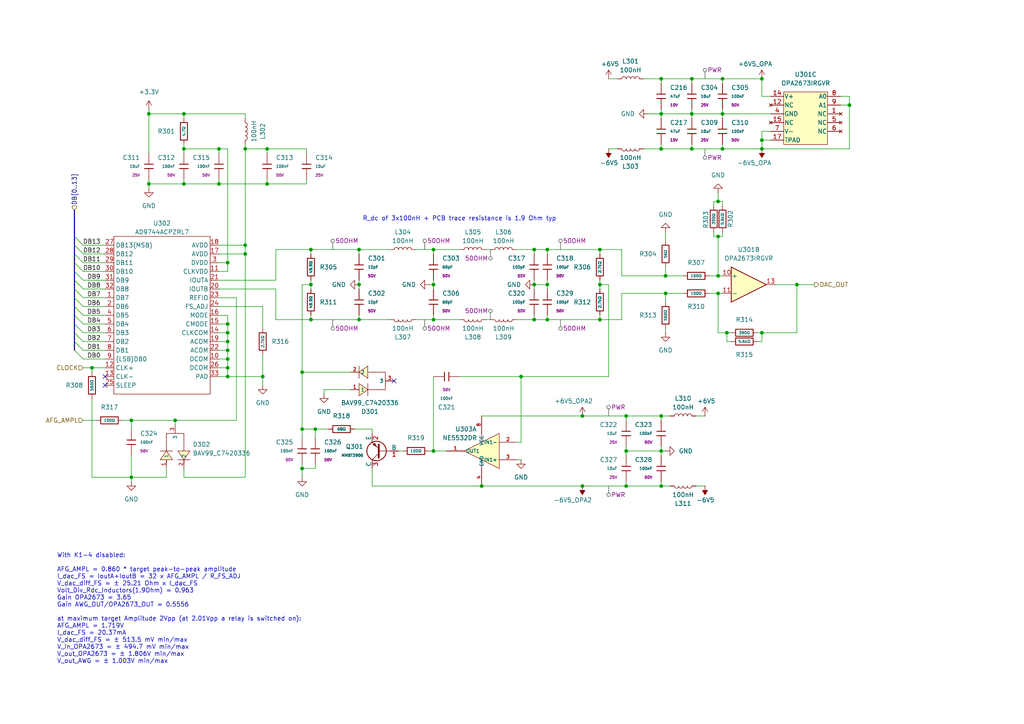
<source format=kicad_sch>
(kicad_sch (version 20250114) (generator "eeschema") (generator_version "9.0")
  (paper "A4")
  (title_block (title "AWG for DHO8/900") (date "2025-06-07") (rev "V2") (company "M. Zimmermann"))
  (lib_symbols
    (symbol "0603,100Ω_1" (pin_numbers (hide yes)) (pin_names (offset 0))
      (property "Reference" "R" (at 1.778 0 0))
      (property "Value" "100Ω" (at 0 0 90))
      (symbol "0603,100Ω_1_1_1"
        (pin passive line (at 0 3.81 270) (length 1.27) (name "~") (number "1"))
        (pin passive line (at 0 -3.81 90) (length 1.27) (name "~") (number "2"))
      )
    )
    (symbol "AWG_Symbol:AD9744ACPZRL7"
      (property "Reference" "U" (at 0 0 0))
      (symbol "AD9744ACPZRL7_1_0"
        (pin unspecified line (at -16.51 19.05 0) (length 2.54) (name "DB13(MSB)") (number "27"))
        (pin unspecified line (at -16.51 16.51 0) (length 2.54) (name "DB12") (number "28"))
        (pin unspecified line (at -16.51 13.97 0) (length 2.54) (name "DB11") (number "29"))
        (pin unspecified line (at -16.51 11.43 0) (length 2.54) (name "DB10") (number "30"))
        (pin unspecified line (at -16.51 8.89 0) (length 2.54) (name "DB9") (number "31"))
        (pin unspecified line (at -16.51 6.35 0) (length 2.54) (name "DB8") (number "32"))
        (pin unspecified line (at -16.51 3.81 0) (length 2.54) (name "DB7") (number "1"))
        (pin unspecified line (at -16.51 1.27 0) (length 2.54) (name "DB6") (number "2"))
        (pin unspecified line (at -16.51 -1.27 0) (length 2.54) (name "DB5") (number "4"))
        (pin unspecified line (at -16.51 -3.81 0) (length 2.54) (name "DB4") (number "5"))
        (pin unspecified line (at -16.51 -6.35 0) (length 2.54) (name "DB3") (number "6"))
        (pin unspecified line (at -16.51 -8.89 0) (length 2.54) (name "DB2") (number "7"))
        (pin unspecified line (at -16.51 -11.43 0) (length 2.54) (name "DB1") (number "8"))
        (pin unspecified line (at -16.51 -13.97 0) (length 2.54) (name "(LSB)DB0") (number "9"))
        (pin unspecified line (at -16.51 -16.51 0) (length 2.54) (name "CLK+") (number "12"))
        (pin unspecified line (at -16.51 -19.05 0) (length 2.54) (name "CLK-") (number "13"))
        (pin unspecified line (at -16.51 -21.59 0) (length 2.54) (name "SLEEP") (number "25"))
        (pin unspecified line (at 16.51 19.05 180) (length 2.54) (name "AVDD") (number "18"))
        (pin unspecified line (at 16.51 16.51 180) (length 2.54) (name "AVDD") (number "17"))
        (pin unspecified line (at 16.51 13.97 180) (length 2.54) (name "DVDD") (number "3"))
        (pin unspecified line (at 16.51 11.43 180) (length 2.54) (name "CLKVDD") (number "11"))
        (pin unspecified line (at 16.51 8.89 180) (length 2.54) (name "IOUTA") (number "21"))
        (pin unspecified line (at 16.51 6.35 180) (length 2.54) (name "IOUTB") (number "20"))
        (pin unspecified line (at 16.51 3.81 180) (length 2.54) (name "REFIO") (number "23"))
        (pin unspecified line (at 16.51 1.27 180) (length 2.54) (name "FS_ADJ") (number "24"))
        (pin unspecified line (at 16.51 -1.27 180) (length 2.54) (name "MODE") (number "16"))
        (pin unspecified line (at 16.51 -3.81 180) (length 2.54) (name "CMODE") (number "15"))
        (pin unspecified line (at 16.51 -6.35 180) (length 2.54) (name "CLKCOM") (number "14"))
        (pin unspecified line (at 16.51 -8.89 180) (length 2.54) (name "ACOM") (number "19"))
        (pin unspecified line (at 16.51 -11.43 180) (length 2.54) (name "ACOM") (number "22"))
        (pin unspecified line (at 16.51 -13.97 180) (length 2.54) (name "DCOM") (number "10"))
        (pin unspecified line (at 16.51 -16.51 180) (length 2.54) (name "DCOM") (number "26"))
        (pin unspecified line (at 16.51 -19.05 180) (length 2.54) (name "PAD") (number "33"))
      )
    )
    (symbol "AWG_Symbol:OPA2673IRGVR" (pin_names (offset 0.127))
      (property "Reference" "U" (at 0 12.192 0))
      (property "Value" "OPA2673IRGVR" (at -6.096 10.16 0))
      (symbol "OPA2673IRGVR_1_1"
        (pin input line (at -7.62 2.54 0) (length 2.54) (name "+") (number "3"))
        (pin input line (at -7.62 -2.54 0) (length 2.54) (name "-") (number "2"))
        (pin output line (at 7.62 0 180) (length 2.54) (name "~") (number "16"))
      )
      (symbol "OPA2673IRGVR_2_1"
        (pin input line (at -7.62 2.54 0) (length 2.54) (name "+") (number "10"))
        (pin input line (at -7.62 -2.54 0) (length 2.54) (name "-") (number "11"))
        (pin output line (at 7.62 0 180) (length 2.54) (name "~") (number "13"))
      )
      (symbol "OPA2673IRGVR_3_1"
        (pin power_in line (at -8.89 7.62 0) (length 3.81) (name "V+") (number "14"))
        (pin no_connect line (at -8.89 5.08 0) (length 3.81) (name "NC") (number "12"))
        (pin power_in line (at -8.89 2.54 0) (length 3.81) (name "GND") (number "4"))
        (pin no_connect line (at -8.89 0 0) (length 3.81) (name "NC") (number "15"))
        (pin power_in line (at -8.89 -2.54 0) (length 3.81) (name "V-") (number "7"))
        (pin passive line (at 11.43 7.62 180) (length 3.81) (name "A0") (number "8"))
        (pin passive line (at 11.43 5.08 180) (length 3.81) (name "A1") (number "9"))
        (pin no_connect line (at 11.43 2.54 180) (length 3.81) (name "NC") (number "1"))
        (pin no_connect line (at 11.43 0 180) (length 3.81) (name "NC") (number "5"))
        (pin no_connect line (at 11.43 -2.54 180) (length 3.81) (name "NC") (number "6"))
      )
    )
    (symbol "Device:L" (pin_numbers (hide yes)) (pin_names (offset 1.016) (hide yes))
      (property "Reference" "L" (at -1.27 0 90))
      (property "Value" "L" (at 1.905 0 90))
      (symbol "L_1_1"
        (pin passive line (at 0 3.81 270) (length 1.27) (name "1") (number "1"))
        (pin passive line (at 0 -3.81 90) (length 1.27) (name "2") (number "2"))
      )
    )
    (symbol "OPA2673IRGVR_1" (pin_names (offset 0.127))
      (property "Reference" "U" (at 0 12.192 0))
      (property "Value" "OPA2673IRGVR" (at -6.096 10.16 0))
      (symbol "OPA2673IRGVR_1_1_1"
        (pin input line (at -7.62 2.54 0) (length 2.54) (name "+") (number "3"))
        (pin input line (at -7.62 -2.54 0) (length 2.54) (name "-") (number "2"))
        (pin output line (at 7.62 0 180) (length 2.54) (name "~") (number "16"))
      )
      (symbol "OPA2673IRGVR_1_2_1"
        (pin input line (at -7.62 2.54 0) (length 2.54) (name "+") (number "10"))
        (pin input line (at -7.62 -2.54 0) (length 2.54) (name "-") (number "11"))
        (pin output line (at 7.62 0 180) (length 2.54) (name "~") (number "13"))
      )
      (symbol "OPA2673IRGVR_1_3_1"
        (pin power_in line (at -8.89 7.62 0) (length 3.81) (name "V+") (number "14"))
        (pin no_connect line (at -8.89 5.08 0) (length 3.81) (name "NC") (number "12"))
        (pin power_in line (at -8.89 2.54 0) (length 3.81) (name "GND") (number "4"))
        (pin no_connect line (at -8.89 0 0) (length 3.81) (name "NC") (number "15"))
        (pin power_in line (at -8.89 -2.54 0) (length 3.81) (name "V-") (number "7"))
        (pin power_in line (at -8.89 -5.08 0) (length 3.81) (name "TPAD") (number "17"))
        (pin passive line (at 11.43 7.62 180) (length 3.81) (name "A0") (number "8"))
        (pin passive line (at 11.43 5.08 180) (length 3.81) (name "A1") (number "9"))
        (pin no_connect line (at 11.43 2.54 180) (length 3.81) (name "NC") (number "1"))
        (pin no_connect line (at 11.43 0 180) (length 3.81) (name "NC") (number "5"))
        (pin no_connect line (at 11.43 -2.54 180) (length 3.81) (name "NC") (number "6"))
      )
    )
    (symbol "PCM_JLCPCB-Analog:Op-Amp, NE5532DR"
      (property "Reference" "U" (at 3.81 5.334 0))
      (property "Value" "NE5532DR" (at 8.128 3.302 0))
      (symbol "Op-Amp, NE5532DR_1_1"
        (pin unspecified line (at -10.16 2.54 0) (length 5.08) (name "IN1-") (number "2"))
        (pin unspecified line (at -10.16 -2.54 0) (length 5.08) (name "IN1+") (number "3"))
        (pin unspecified line (at 0 10.16 270) (length 5.08) (name "VCC") (number "8"))
        (pin unspecified line (at 0 -10.16 90) (length 5.08) (name "GND") (number "4"))
        (pin output line (at 10.16 0 180) (length 5.08) (name "OUT1") (number "1"))
      )
      (symbol "Op-Amp, NE5532DR_2_1"
        (pin unspecified line (at -10.16 2.54 0) (length 5.08) (name "IN2-") (number "6"))
        (pin unspecified line (at -10.16 -2.54 0) (length 5.08) (name "IN2+") (number "5"))
        (pin output line (at 10.16 0 180) (length 5.08) (name "OUT2") (number "7"))
      )
    )
    (symbol "PCM_JLCPCB-Capacitors:0603,100nF" (pin_numbers (hide yes)) (pin_names (offset 0))
      (property "Reference" "C" (at 2.032 1.668 0))
      (property "Value" "100nF" (at 2.032 -0.3782 0))
      (property "Voltage Rated" "50V" (at 2.032 -2.0462 0))
      (symbol "0603,100nF_1_1"
        (pin passive line (at 0 3.81 270) (length 3.175) (name "~") (number "1"))
        (pin passive line (at 0 -3.81 90) (length 3.175) (name "~") (number "2"))
      )
    )
    (symbol "PCM_JLCPCB-Capacitors:0603,100pF" (pin_numbers (hide yes)) (pin_names (offset 0))
      (property "Reference" "C" (at 2.032 1.668 0))
      (property "Value" "100pF" (at 2.032 -0.3782 0))
      (property "Voltage Rated" "50V" (at 2.032 -2.0462 0))
      (symbol "0603,100pF_1_1"
        (pin passive line (at 0 3.81 270) (length 3.175) (name "~") (number "1"))
        (pin passive line (at 0 -3.81 90) (length 3.175) (name "~") (number "2"))
      )
    )
    (symbol "PCM_JLCPCB-Capacitors:0603,10pF" (pin_numbers (hide yes)) (pin_names (offset 0))
      (property "Reference" "C" (at 2.032 1.668 0))
      (property "Value" "10pF" (at 2.032 -0.3782 0))
      (property "Voltage Rated" "50V" (at 2.032 -2.0462 0))
      (symbol "0603,10pF_1_1"
        (pin passive line (at 0 3.81 270) (length 3.175) (name "~") (number "1"))
        (pin passive line (at 0 -3.81 90) (length 3.175) (name "~") (number "2"))
      )
    )
    (symbol "PCM_JLCPCB-Capacitors:0603,68pF" (pin_numbers (hide yes)) (pin_names (offset 0))
      (property "Reference" "C" (at 2.032 1.668 0))
      (property "Value" "68pF" (at 2.032 -0.3782 0))
      (property "Voltage Rated" "50V" (at 2.032 -2.0462 0))
      (symbol "0603,68pF_1_1"
        (pin passive line (at 0 3.81 270) (length 3.175) (name "~") (number "1"))
        (pin passive line (at 0 -3.81 90) (length 3.175) (name "~") (number "2"))
      )
    )
    (symbol "PCM_JLCPCB-Capacitors:0805,10uF" (pin_numbers (hide yes)) (pin_names (offset 0))
      (property "Reference" "C" (at 2.032 1.668 0))
      (property "Value" "10uF" (at 2.032 -0.3782 0))
      (property "Voltage Rated" "25V" (at 2.032 -2.0462 0))
      (symbol "0805,10uF_1_1"
        (pin passive line (at 0 3.81 270) (length 3.175) (name "~") (number "1"))
        (pin passive line (at 0 -3.81 90) (length 3.175) (name "~") (number "2"))
      )
    )
    (symbol "PCM_JLCPCB-Capacitors:1206,47uF" (pin_numbers (hide yes)) (pin_names (offset 0))
      (property "Reference" "C" (at 2.032 1.668 0))
      (property "Value" "47uF" (at 2.032 -0.3782 0))
      (property "Voltage Rated" "10V" (at 2.032 -2.0462 0))
      (symbol "1206,47uF_1_1"
        (pin passive line (at 0 3.81 270) (length 3.175) (name "~") (number "1"))
        (pin passive line (at 0 -3.81 90) (length 3.175) (name "~") (number "2"))
      )
    )
    (symbol "PCM_JLCPCB-Diode-Packages:Switching, BAV99_C7420336"
      (property "Reference" "D" (at 0 1.27 0))
      (property "Value" "BAV99_C7420336" (at 0 -0.762 0))
      (symbol "Switching, BAV99_C7420336_0_1"
        (pin unspecified line (at -7.62 0 0) (length 2.54) (name "3") (number "3"))
        (pin unspecified line (at 5.08 2.54 180) (length 2.54) (name "2") (number "2"))
        (pin unspecified line (at 5.08 -2.54 180) (length 2.54) (name "1") (number "1"))
      )
    )
    (symbol "PCM_JLCPCB-Resistors:0603,100Ω" (pin_numbers (hide yes)) (pin_names (offset 0))
      (property "Reference" "R" (at 1.778 0 0))
      (property "Value" "100Ω" (at 0 0 90))
      (symbol "0603,100Ω_1_1"
        (pin passive line (at 0 3.81 270) (length 1.27) (name "~") (number "1"))
        (pin passive line (at 0 -3.81 90) (length 1.27) (name "~") (number "2"))
      )
    )
    (symbol "PCM_JLCPCB-Resistors:0603,2.7kΩ" (pin_numbers (hide yes)) (pin_names (offset 0))
      (property "Reference" "R" (at 1.778 0 0))
      (property "Value" "2.7kΩ" (at 0 0 90))
      (symbol "0603,2.7kΩ_1_1"
        (pin passive line (at 0 3.81 270) (length 1.27) (name "~") (number "1"))
        (pin passive line (at 0 -3.81 90) (length 1.27) (name "~") (number "2"))
      )
    )
    (symbol "PCM_JLCPCB-Resistors:0603,390Ω" (pin_numbers (hide yes)) (pin_names (offset 0))
      (property "Reference" "R" (at 1.778 0 0))
      (property "Value" "390Ω" (at 0 0 90))
      (symbol "0603,390Ω_1_1"
        (pin passive line (at 0 3.81 270) (length 1.27) (name "~") (number "1"))
        (pin passive line (at 0 -3.81 90) (length 1.27) (name "~") (number "2"))
      )
    )
    (symbol "PCM_JLCPCB-Resistors:0603,4.7Ω" (pin_numbers (hide yes)) (pin_names (offset 0))
      (property "Reference" "R" (at 1.778 0 0))
      (property "Value" "4.7Ω" (at 0 0 90))
      (symbol "0603,4.7Ω_1_1"
        (pin passive line (at 0 3.81 270) (length 1.27) (name "~") (number "1"))
        (pin passive line (at 0 -3.81 90) (length 1.27) (name "~") (number "2"))
      )
    )
    (symbol "PCM_JLCPCB-Resistors:0603,49.9Ω" (pin_numbers (hide yes)) (pin_names (offset 0))
      (property "Reference" "R" (at 1.778 0 0))
      (property "Value" "49.9Ω" (at 0 0 90))
      (symbol "0603,49.9Ω_1_1"
        (pin passive line (at 0 3.81 270) (length 1.27) (name "~") (number "1"))
        (pin passive line (at 0 -3.81 90) (length 1.27) (name "~") (number "2"))
      )
    )
    (symbol "PCM_JLCPCB-Resistors:0603,5.6kΩ" (pin_numbers (hide yes)) (pin_names (offset 0))
      (property "Reference" "R" (at 1.778 0 0))
      (property "Value" "5.6kΩ" (at 0 0 90))
      (symbol "0603,5.6kΩ_1_1"
        (pin passive line (at 0 3.81 270) (length 1.27) (name "~") (number "1"))
        (pin passive line (at 0 -3.81 90) (length 1.27) (name "~") (number "2"))
      )
    )
    (symbol "PCM_JLCPCB-Resistors:0603,560Ω" (pin_numbers (hide yes)) (pin_names (offset 0))
      (property "Reference" "R" (at 1.778 0 0))
      (property "Value" "560Ω" (at 0 0 90))
      (symbol "0603,560Ω_1_1"
        (pin passive line (at 0 3.81 270) (length 1.27) (name "~") (number "1"))
        (pin passive line (at 0 -3.81 90) (length 1.27) (name "~") (number "2"))
      )
    )
    (symbol "PCM_JLCPCB-Resistors:0603,56Ω" (pin_numbers (hide yes)) (pin_names (offset 0))
      (property "Reference" "R" (at 1.778 0 0))
      (property "Value" "56Ω" (at 0 0 90))
      (symbol "0603,56Ω_1_1"
        (pin passive line (at 0 3.81 270) (length 1.27) (name "~") (number "1"))
        (pin passive line (at 0 -3.81 90) (length 1.27) (name "~") (number "2"))
      )
    )
    (symbol "PCM_JLCPCB-Resistors:0603,68Ω" (pin_numbers (hide yes)) (pin_names (offset 0))
      (property "Reference" "R" (at 1.778 0 0))
      (property "Value" "68Ω" (at 0 0 90))
      (symbol "0603,68Ω_1_1"
        (pin passive line (at 0 3.81 270) (length 1.27) (name "~") (number "1"))
        (pin passive line (at 0 -3.81 90) (length 1.27) (name "~") (number "2"))
      )
    )
    (symbol "PCM_JLCPCB-Transistors:PNP,MMBT3906" (pin_names (offset 0))
      (property "Reference" "Q" (at 4.8514 0.834 0))
      (property "Value" "MMBT3906" (at 4.8514 -1.2122 0))
      (symbol "PNP,MMBT3906_1_1"
        (pin input line (at -5.08 0 0) (length 2.54) (name "B") (number "1"))
        (pin open_collector line (at 2.54 5.08 270) (length 2.54) (name "C") (number "3"))
        (pin open_emitter line (at 2.54 -5.08 90) (length 2.54) (name "E") (number "2"))
      )
    )
    (symbol "power:+3.3V" (power) (pin_numbers (hide yes)) (pin_names (offset 0) (hide yes))
      (property "Value" "+3.3V" (at 0 3.556 0))
      (symbol "+3.3V_1_1"
        (pin power_in line (at 0 0 90) (length 0) (name "~") (number "1"))
      )
    )
    (symbol "power:+5V" (power) (pin_numbers (hide yes)) (pin_names (offset 0) (hide yes))
      (property "Value" "+5V" (at 0 3.556 0))
      (symbol "+5V_1_1"
        (pin power_in line (at 0 0 90) (length 0) (name "~") (number "1"))
      )
    )
    (symbol "power:-5V" (power) (pin_numbers (hide yes)) (pin_names (offset 0) (hide yes))
      (property "Value" "-5V" (at 0 3.556 0))
      (symbol "-5V_0_0"
        (pin power_in line (at 0 0 90) (length 0) (name "~") (number "1"))
      )
    )
    (symbol "power:GND" (power) (pin_numbers (hide yes)) (pin_names (offset 0) (hide yes))
      (property "Value" "GND" (at 0 -3.81 0))
      (symbol "GND_1_1"
        (pin power_in line (at 0 0 270) (length 0) (name "~") (number "1"))
      )
    )
  )
  (text "With K1-4 disabled:\n\nAFG_AMPL = 0.860 * target peak-to-peak amplitude\nI_dac_FS = IoutA+IoutB = 32 x AFG_AMPL / R_FS_ADJ\nV_dac_diff_FS = ± 25.21 Ohm x I_dac_FS\nVolt_Div_Rdc_Inductors(1.9Ohm) = 0.963\nGain OPA2673 = 3.65\nGain AWG_OUT/OPA2673_OUT = 0.5556\n\nat maximum target Amplitude 2Vpp (at 2.01Vpp a relay is switched on):\nAFG_AMPL = 1.719V\nI_dac_FS = 20.37mA\nV_dac_diff_FS = ± 513.5 mV min/max\nV_in_OPA2673 = ± 494.7 mV min/max\nV_out_OPA2673 = ± 1.806V min/max\nV_out_AWG = ± 1.003V min/max" (at 16.51 176.53 0) (effects (font (size 1.27 1.27)) (justify left)))
  (text "R_dc of 3x100nH + PCB trace resistance is 1.9 Ohm typ" (at 105.156 63.5 0) (effects (font (size 1.27 1.27)) (justify left)))
  (junction (at 220.98 43.18))
  (junction (at 154.94 72.39))
  (junction (at 173.99 82.55))
  (junction (at 125.73 72.39))
  (junction (at 220.98 22.86))
  (junction (at 26.67 106.68))
  (junction (at 90.17 72.39))
  (junction (at 50.8 121.92))
  (junction (at 231.14 82.55))
  (junction (at 77.47 53.34))
  (junction (at 125.73 92.71))
  (junction (at 200.66 43.18))
  (junction (at 168.91 140.97))
  (junction (at 193.04 85.09))
  (junction (at 90.17 82.55))
  (junction (at 38.1 138.43))
  (junction (at 246.38 30.48))
  (junction (at 66.04 106.68))
  (junction (at 200.66 22.86))
  (junction (at 71.12 43.18))
  (junction (at 191.77 22.86))
  (junction (at 208.28 80.01))
  (junction (at 66.04 76.2))
  (junction (at 209.55 22.86))
  (junction (at 208.28 58.42))
  (junction (at 220.98 40.64))
  (junction (at 43.18 53.34))
  (junction (at 210.82 96.52))
  (junction (at 191.77 120.65))
  (junction (at 63.5 43.18))
  (junction (at 191.77 140.97))
  (junction (at 125.73 130.81))
  (junction (at 125.73 82.55))
  (junction (at 87.63 135.89))
  (junction (at 63.5 53.34))
  (junction (at 168.91 120.65))
  (junction (at 154.94 82.55))
  (junction (at 158.75 82.55))
  (junction (at 151.13 109.22))
  (junction (at 66.04 99.06))
  (junction (at 220.98 96.52))
  (junction (at 71.12 71.12))
  (junction (at 53.34 53.34))
  (junction (at 104.14 82.55))
  (junction (at 104.14 92.71))
  (junction (at 139.7 140.97))
  (junction (at 90.17 92.71))
  (junction (at 158.75 72.39))
  (junction (at 66.04 93.98))
  (junction (at 181.61 120.65))
  (junction (at 208.28 85.09))
  (junction (at 191.77 43.18))
  (junction (at 191.77 33.02))
  (junction (at 154.94 92.71))
  (junction (at 181.61 130.81))
  (junction (at 91.44 124.46))
  (junction (at 38.1 121.92))
  (junction (at 158.75 92.71))
  (junction (at 53.34 43.18))
  (junction (at 87.63 107.95))
  (junction (at 200.66 33.02))
  (junction (at 66.04 104.14))
  (junction (at 181.61 140.97))
  (junction (at 53.34 33.02))
  (junction (at 193.04 80.01))
  (junction (at 66.04 96.52))
  (junction (at 173.99 72.39))
  (junction (at 66.04 101.6))
  (junction (at 76.2 109.22))
  (junction (at 209.55 43.18))
  (junction (at 208.28 68.58))
  (junction (at 173.99 92.71))
  (junction (at 191.77 130.81))
  (junction (at 71.12 73.66))
  (junction (at 209.55 33.02))
  (junction (at 104.14 72.39))
  (junction (at 87.63 124.46))
  (junction (at 66.04 109.22))
  (junction (at 77.47 43.18))
  (junction (at 43.18 33.02))
  (no_connect (at 114.3 110.49))
  (no_connect (at 30.48 109.22))
  (no_connect (at 30.48 111.76))
  (bus_entry (at 21.59 86.36) (size 2.54 2.54))
  (bus_entry (at 21.59 99.06) (size 2.54 2.54))
  (bus_entry (at 21.59 93.98) (size 2.54 2.54))
  (bus_entry (at 21.59 81.28) (size 2.54 2.54))
  (bus_entry (at 21.59 91.44) (size 2.54 2.54))
  (bus_entry (at 21.59 68.58) (size 2.54 2.54))
  (bus_entry (at 21.59 83.82) (size 2.54 2.54))
  (bus_entry (at 21.59 96.52) (size 2.54 2.54))
  (bus_entry (at 21.59 78.74) (size 2.54 2.54))
  (bus_entry (at 21.59 101.6) (size 2.54 2.54))
  (bus_entry (at 21.59 71.12) (size 2.54 2.54))
  (bus_entry (at 21.59 76.2) (size 2.54 2.54))
  (bus_entry (at 21.59 88.9) (size 2.54 2.54))
  (bus_entry (at 21.59 73.66) (size 2.54 2.54))
  (wire (pts (xy 24.13 76.2) (xy 30.48 76.2)))
  (wire (pts (xy 71.12 33.02) (xy 71.12 34.29)))
  (wire (pts (xy 35.56 121.92) (xy 38.1 121.92)))
  (wire (pts (xy 77.47 43.18) (xy 88.9 43.18)))
  (wire (pts (xy 53.34 53.34) (xy 53.34 52.07)))
  (wire (pts (xy 24.13 91.44) (xy 30.48 91.44)))
  (wire (pts (xy 66.04 104.14) (xy 66.04 106.68)))
  (wire (pts (xy 173.99 81.28) (xy 173.99 82.55)))
  (wire (pts (xy 80.01 72.39) (xy 90.17 72.39)))
  (wire (pts (xy 191.77 139.7) (xy 191.77 140.97)))
  (wire (pts (xy 209.55 43.18) (xy 220.98 43.18)))
  (wire (pts (xy 107.95 125.73) (xy 107.95 124.46)))
  (wire (pts (xy 193.04 130.81) (xy 191.77 130.81)))
  (wire (pts (xy 176.53 109.22) (xy 151.13 109.22)))
  (wire (pts (xy 90.17 92.71) (xy 90.17 91.44)))
  (wire (pts (xy 43.18 33.02) (xy 53.34 33.02)))
  (wire (pts (xy 38.1 138.43) (xy 48.26 138.43)))
  (wire (pts (xy 90.17 72.39) (xy 104.14 72.39)))
  (wire (pts (xy 24.13 73.66) (xy 30.48 73.66)))
  (wire (pts (xy 219.71 96.52) (xy 220.98 96.52)))
  (wire (pts (xy 24.13 71.12) (xy 30.48 71.12)))
  (wire (pts (xy 107.95 124.46) (xy 102.87 124.46)))
  (wire (pts (xy 24.13 88.9) (xy 30.48 88.9)))
  (wire (pts (xy 24.13 106.68) (xy 26.67 106.68)))
  (wire (pts (xy 76.2 109.22) (xy 76.2 111.76)))
  (bus (pts (xy 21.59 88.9) (xy 21.59 91.44)))
  (wire (pts (xy 193.04 69.85) (xy 193.04 67.31)))
  (wire (pts (xy 158.75 72.39) (xy 173.99 72.39)))
  (wire (pts (xy 210.82 99.06) (xy 210.82 96.52)))
  (wire (pts (xy 224.79 82.55) (xy 231.14 82.55)))
  (wire (pts (xy 194.31 140.97) (xy 191.77 140.97)))
  (wire (pts (xy 66.04 109.22) (xy 63.5 109.22)))
  (wire (pts (xy 90.17 92.71) (xy 104.14 92.71)))
  (wire (pts (xy 125.73 91.44) (xy 125.73 92.71)))
  (wire (pts (xy 173.99 82.55) (xy 173.99 83.82)))
  (wire (pts (xy 93.98 114.3) (xy 93.98 113.03)))
  (wire (pts (xy 87.63 107.95) (xy 87.63 124.46)))
  (bus (pts (xy 21.59 71.12) (xy 21.59 73.66)))
  (wire (pts (xy 63.5 81.28) (xy 80.01 81.28)))
  (wire (pts (xy 207.01 58.42) (xy 208.28 58.42)))
  (wire (pts (xy 63.5 96.52) (xy 66.04 96.52)))
  (wire (pts (xy 63.5 99.06) (xy 66.04 99.06)))
  (wire (pts (xy 63.5 88.9) (xy 76.2 88.9)))
  (wire (pts (xy 220.98 40.64) (xy 220.98 43.18)))
  (wire (pts (xy 149.86 72.39) (xy 154.94 72.39)))
  (wire (pts (xy 87.63 135.89) (xy 91.44 135.89)))
  (wire (pts (xy 133.35 109.22) (xy 151.13 109.22)))
  (wire (pts (xy 158.75 82.55) (xy 158.75 83.82)))
  (wire (pts (xy 63.5 101.6) (xy 66.04 101.6)))
  (wire (pts (xy 68.58 121.92) (xy 68.58 86.36)))
  (wire (pts (xy 50.8 121.92) (xy 50.8 123.19)))
  (wire (pts (xy 77.47 43.18) (xy 77.47 44.45)))
  (wire (pts (xy 71.12 73.66) (xy 71.12 138.43)))
  (wire (pts (xy 208.28 80.01) (xy 209.55 80.01)))
  (wire (pts (xy 209.55 41.91) (xy 209.55 43.18)))
  (wire (pts (xy 154.94 82.55) (xy 154.94 83.82)))
  (wire (pts (xy 154.94 82.55) (xy 158.75 82.55)))
  (wire (pts (xy 187.96 33.02) (xy 191.77 33.02)))
  (wire (pts (xy 200.66 43.18) (xy 191.77 43.18)))
  (wire (pts (xy 191.77 120.65) (xy 191.77 121.92)))
  (wire (pts (xy 66.04 93.98) (xy 66.04 96.52)))
  (wire (pts (xy 193.04 77.47) (xy 193.04 80.01)))
  (wire (pts (xy 24.13 101.6) (xy 30.48 101.6)))
  (bus (pts (xy 21.59 96.52) (xy 21.59 99.06)))
  (wire (pts (xy 193.04 96.52) (xy 193.04 95.25)))
  (wire (pts (xy 104.14 82.55) (xy 104.14 83.82)))
  (wire (pts (xy 154.94 72.39) (xy 158.75 72.39)))
  (wire (pts (xy 125.73 82.55) (xy 125.73 83.82)))
  (wire (pts (xy 63.5 86.36) (xy 68.58 86.36)))
  (wire (pts (xy 43.18 31.75) (xy 43.18 33.02)))
  (bus (pts (xy 21.59 78.74) (xy 21.59 81.28)))
  (wire (pts (xy 158.75 91.44) (xy 158.75 92.71)))
  (wire (pts (xy 90.17 82.55) (xy 90.17 83.82)))
  (wire (pts (xy 209.55 31.75) (xy 209.55 33.02)))
  (wire (pts (xy 181.61 120.65) (xy 168.91 120.65)))
  (wire (pts (xy 104.14 72.39) (xy 104.14 73.66)))
  (wire (pts (xy 207.01 59.69) (xy 207.01 58.42)))
  (wire (pts (xy 26.67 138.43) (xy 26.67 115.57)))
  (wire (pts (xy 208.28 68.58) (xy 207.01 68.58)))
  (wire (pts (xy 181.61 120.65) (xy 181.61 121.92)))
  (wire (pts (xy 173.99 91.44) (xy 173.99 92.71)))
  (wire (pts (xy 176.53 82.55) (xy 176.53 109.22)))
  (wire (pts (xy 24.13 93.98) (xy 30.48 93.98)))
  (wire (pts (xy 168.91 120.65) (xy 139.7 120.65)))
  (wire (pts (xy 66.04 78.74) (xy 66.04 76.2)))
  (wire (pts (xy 76.2 102.87) (xy 76.2 109.22)))
  (wire (pts (xy 125.73 72.39) (xy 133.35 72.39)))
  (wire (pts (xy 207.01 68.58) (xy 207.01 67.31)))
  (wire (pts (xy 191.77 41.91) (xy 191.77 43.18)))
  (wire (pts (xy 87.63 124.46) (xy 87.63 127)))
  (wire (pts (xy 53.34 33.02) (xy 53.34 34.29)))
  (wire (pts (xy 87.63 82.55) (xy 87.63 107.95)))
  (wire (pts (xy 173.99 72.39) (xy 180.34 72.39)))
  (wire (pts (xy 220.98 22.86) (xy 220.98 27.94)))
  (wire (pts (xy 208.28 80.01) (xy 208.28 68.58)))
  (wire (pts (xy 93.98 113.03) (xy 101.6 113.03)))
  (wire (pts (xy 154.94 92.71) (xy 158.75 92.71)))
  (wire (pts (xy 38.1 138.43) (xy 38.1 139.7)))
  (wire (pts (xy 120.65 92.71) (xy 125.73 92.71)))
  (wire (pts (xy 124.46 130.81) (xy 125.73 130.81)))
  (wire (pts (xy 180.34 72.39) (xy 180.34 80.01)))
  (wire (pts (xy 66.04 101.6) (xy 66.04 104.14)))
  (wire (pts (xy 24.13 96.52) (xy 30.48 96.52)))
  (wire (pts (xy 24.13 78.74) (xy 30.48 78.74)))
  (wire (pts (xy 91.44 135.89) (xy 91.44 134.62)))
  (wire (pts (xy 176.53 22.86) (xy 179.07 22.86)))
  (wire (pts (xy 91.44 124.46) (xy 91.44 127)))
  (wire (pts (xy 48.26 138.43) (xy 48.26 135.89)))
  (wire (pts (xy 125.73 73.66) (xy 125.73 72.39)))
  (wire (pts (xy 66.04 43.18) (xy 66.04 76.2)))
  (wire (pts (xy 200.66 33.02) (xy 200.66 34.29)))
  (wire (pts (xy 120.65 72.39) (xy 125.73 72.39)))
  (bus (pts (xy 21.59 73.66) (xy 21.59 76.2)))
  (wire (pts (xy 26.67 106.68) (xy 30.48 106.68)))
  (wire (pts (xy 220.98 27.94) (xy 223.52 27.94)))
  (wire (pts (xy 107.95 135.89) (xy 107.95 140.97)))
  (wire (pts (xy 173.99 72.39) (xy 173.99 73.66)))
  (wire (pts (xy 139.7 140.97) (xy 107.95 140.97)))
  (wire (pts (xy 43.18 53.34) (xy 53.34 53.34)))
  (bus (pts (xy 21.59 83.82) (xy 21.59 86.36)))
  (wire (pts (xy 200.66 22.86) (xy 200.66 24.13)))
  (wire (pts (xy 191.77 22.86) (xy 191.77 24.13)))
  (wire (pts (xy 125.73 130.81) (xy 129.54 130.81)))
  (wire (pts (xy 191.77 129.54) (xy 191.77 130.81)))
  (wire (pts (xy 154.94 91.44) (xy 154.94 92.71)))
  (wire (pts (xy 186.69 43.18) (xy 191.77 43.18)))
  (wire (pts (xy 63.5 104.14) (xy 66.04 104.14)))
  (wire (pts (xy 76.2 88.9) (xy 76.2 95.25)))
  (wire (pts (xy 63.5 73.66) (xy 71.12 73.66)))
  (bus (pts (xy 21.59 76.2) (xy 21.59 78.74)))
  (wire (pts (xy 80.01 83.82) (xy 80.01 92.71)))
  (wire (pts (xy 243.84 27.94) (xy 246.38 27.94)))
  (wire (pts (xy 149.86 133.35) (xy 151.13 133.35)))
  (wire (pts (xy 208.28 85.09) (xy 209.55 85.09)))
  (wire (pts (xy 246.38 27.94) (xy 246.38 30.48)))
  (bus (pts (xy 21.59 60.96) (xy 21.59 68.58)))
  (wire (pts (xy 53.34 138.43) (xy 71.12 138.43)))
  (wire (pts (xy 95.25 124.46) (xy 91.44 124.46)))
  (wire (pts (xy 53.34 33.02) (xy 71.12 33.02)))
  (wire (pts (xy 181.61 139.7) (xy 181.61 140.97)))
  (wire (pts (xy 193.04 85.09) (xy 193.04 87.63)))
  (wire (pts (xy 209.55 33.02) (xy 209.55 34.29)))
  (wire (pts (xy 246.38 43.18) (xy 246.38 30.48)))
  (wire (pts (xy 200.66 33.02) (xy 209.55 33.02)))
  (wire (pts (xy 80.01 92.71) (xy 90.17 92.71)))
  (wire (pts (xy 124.46 82.55) (xy 125.73 82.55)))
  (wire (pts (xy 43.18 54.61) (xy 43.18 53.34)))
  (wire (pts (xy 80.01 81.28) (xy 80.01 72.39)))
  (wire (pts (xy 66.04 43.18) (xy 63.5 43.18)))
  (wire (pts (xy 87.63 82.55) (xy 90.17 82.55)))
  (wire (pts (xy 180.34 85.09) (xy 180.34 92.71)))
  (wire (pts (xy 63.5 93.98) (xy 66.04 93.98)))
  (wire (pts (xy 209.55 33.02) (xy 223.52 33.02)))
  (bus (pts (xy 21.59 68.58) (xy 21.59 71.12)))
  (wire (pts (xy 220.98 99.06) (xy 220.98 96.52)))
  (bus (pts (xy 21.59 99.06) (xy 21.59 101.6)))
  (wire (pts (xy 243.84 30.48) (xy 246.38 30.48)))
  (wire (pts (xy 205.74 85.09) (xy 208.28 85.09)))
  (wire (pts (xy 180.34 80.01) (xy 193.04 80.01)))
  (wire (pts (xy 209.55 22.86) (xy 209.55 24.13)))
  (wire (pts (xy 220.98 38.1) (xy 220.98 40.64)))
  (wire (pts (xy 88.9 52.07) (xy 88.9 53.34)))
  (wire (pts (xy 168.91 140.97) (xy 139.7 140.97)))
  (wire (pts (xy 140.97 92.71) (xy 142.24 92.71)))
  (wire (pts (xy 140.97 72.39) (xy 142.24 72.39)))
  (wire (pts (xy 209.55 43.18) (xy 200.66 43.18)))
  (wire (pts (xy 50.8 121.92) (xy 68.58 121.92)))
  (wire (pts (xy 38.1 132.08) (xy 38.1 138.43)))
  (wire (pts (xy 193.04 85.09) (xy 198.12 85.09)))
  (wire (pts (xy 104.14 91.44) (xy 104.14 92.71)))
  (wire (pts (xy 151.13 109.22) (xy 151.13 128.27)))
  (wire (pts (xy 76.2 109.22) (xy 66.04 109.22)))
  (wire (pts (xy 180.34 85.09) (xy 193.04 85.09)))
  (wire (pts (xy 205.74 80.01) (xy 208.28 80.01)))
  (wire (pts (xy 209.55 22.86) (xy 200.66 22.86)))
  (wire (pts (xy 208.28 96.52) (xy 208.28 85.09)))
  (wire (pts (xy 158.75 92.71) (xy 173.99 92.71)))
  (wire (pts (xy 158.75 72.39) (xy 158.75 73.66)))
  (wire (pts (xy 176.53 82.55) (xy 173.99 82.55)))
  (wire (pts (xy 24.13 83.82) (xy 30.48 83.82)))
  (wire (pts (xy 71.12 43.18) (xy 77.47 43.18)))
  (wire (pts (xy 220.98 43.18) (xy 246.38 43.18)))
  (wire (pts (xy 231.14 82.55) (xy 236.22 82.55)))
  (wire (pts (xy 90.17 81.28) (xy 90.17 82.55)))
  (wire (pts (xy 24.13 104.14) (xy 30.48 104.14)))
  (wire (pts (xy 63.5 106.68) (xy 66.04 106.68)))
  (wire (pts (xy 181.61 130.81) (xy 181.61 132.08)))
  (wire (pts (xy 66.04 96.52) (xy 66.04 99.06)))
  (wire (pts (xy 90.17 72.39) (xy 90.17 73.66)))
  (wire (pts (xy 181.61 129.54) (xy 181.61 130.81)))
  (wire (pts (xy 104.14 72.39) (xy 113.03 72.39)))
  (wire (pts (xy 200.66 41.91) (xy 200.66 43.18)))
  (wire (pts (xy 209.55 22.86) (xy 220.98 22.86)))
  (wire (pts (xy 208.28 96.52) (xy 210.82 96.52)))
  (wire (pts (xy 53.34 43.18) (xy 53.34 41.91)))
  (bus (pts (xy 21.59 93.98) (xy 21.59 96.52)))
  (wire (pts (xy 87.63 135.89) (xy 87.63 138.43)))
  (wire (pts (xy 194.31 120.65) (xy 191.77 120.65)))
  (wire (pts (xy 63.5 78.74) (xy 66.04 78.74)))
  (wire (pts (xy 181.61 140.97) (xy 191.77 140.97)))
  (wire (pts (xy 209.55 68.58) (xy 208.28 68.58)))
  (wire (pts (xy 149.86 128.27) (xy 151.13 128.27)))
  (wire (pts (xy 26.67 106.68) (xy 26.67 107.95)))
  (wire (pts (xy 209.55 67.31) (xy 209.55 68.58)))
  (wire (pts (xy 231.14 96.52) (xy 231.14 82.55)))
  (wire (pts (xy 191.77 130.81) (xy 191.77 132.08)))
  (wire (pts (xy 180.34 92.71) (xy 173.99 92.71)))
  (wire (pts (xy 63.5 43.18) (xy 53.34 43.18)))
  (wire (pts (xy 38.1 138.43) (xy 26.67 138.43)))
  (wire (pts (xy 200.66 31.75) (xy 200.66 33.02)))
  (wire (pts (xy 43.18 52.07) (xy 43.18 53.34)))
  (wire (pts (xy 204.47 120.65) (xy 201.93 120.65)))
  (wire (pts (xy 149.86 92.71) (xy 154.94 92.71)))
  (wire (pts (xy 53.34 138.43) (xy 53.34 135.89)))
  (wire (pts (xy 158.75 82.55) (xy 158.75 81.28)))
  (wire (pts (xy 24.13 86.36) (xy 30.48 86.36)))
  (wire (pts (xy 125.73 92.71) (xy 133.35 92.71)))
  (wire (pts (xy 223.52 38.1) (xy 220.98 38.1)))
  (wire (pts (xy 104.14 92.71) (xy 113.03 92.71)))
  (wire (pts (xy 43.18 44.45) (xy 43.18 33.02)))
  (wire (pts (xy 115.57 130.81) (xy 116.84 130.81)))
  (wire (pts (xy 191.77 33.02) (xy 200.66 33.02)))
  (wire (pts (xy 88.9 43.18) (xy 88.9 44.45)))
  (wire (pts (xy 181.61 130.81) (xy 191.77 130.81)))
  (wire (pts (xy 191.77 31.75) (xy 191.77 33.02)))
  (wire (pts (xy 181.61 140.97) (xy 168.91 140.97)))
  (wire (pts (xy 63.5 43.18) (xy 63.5 44.45)))
  (wire (pts (xy 38.1 121.92) (xy 50.8 121.92)))
  (wire (pts (xy 53.34 43.18) (xy 53.34 44.45)))
  (wire (pts (xy 24.13 121.92) (xy 27.94 121.92)))
  (wire (pts (xy 104.14 81.28) (xy 104.14 82.55)))
  (wire (pts (xy 125.73 81.28) (xy 125.73 82.55)))
  (wire (pts (xy 53.34 53.34) (xy 63.5 53.34)))
  (wire (pts (xy 212.09 99.06) (xy 210.82 99.06)))
  (wire (pts (xy 63.5 52.07) (xy 63.5 53.34)))
  (wire (pts (xy 63.5 91.44) (xy 66.04 91.44)))
  (wire (pts (xy 209.55 59.69) (xy 209.55 58.42)))
  (wire (pts (xy 154.94 81.28) (xy 154.94 82.55)))
  (wire (pts (xy 219.71 99.06) (xy 220.98 99.06)))
  (wire (pts (xy 210.82 96.52) (xy 212.09 96.52)))
  (wire (pts (xy 209.55 58.42) (xy 208.28 58.42)))
  (wire (pts (xy 186.69 22.86) (xy 191.77 22.86)))
  (wire (pts (xy 77.47 53.34) (xy 88.9 53.34)))
  (wire (pts (xy 24.13 81.28) (xy 30.48 81.28)))
  (bus (pts (xy 21.59 86.36) (xy 21.59 88.9)))
  (wire (pts (xy 71.12 71.12) (xy 71.12 73.66)))
  (wire (pts (xy 176.53 43.18) (xy 179.07 43.18)))
  (bus (pts (xy 21.59 91.44) (xy 21.59 93.98)))
  (bus (pts (xy 21.59 81.28) (xy 21.59 83.82)))
  (wire (pts (xy 91.44 124.46) (xy 87.63 124.46)))
  (wire (pts (xy 38.1 121.92) (xy 38.1 124.46)))
  (wire (pts (xy 154.94 72.39) (xy 154.94 73.66)))
  (wire (pts (xy 200.66 22.86) (xy 191.77 22.86)))
  (wire (pts (xy 24.13 99.06) (xy 30.48 99.06)))
  (wire (pts (xy 220.98 40.64) (xy 223.52 40.64)))
  (wire (pts (xy 71.12 43.18) (xy 71.12 41.91)))
  (wire (pts (xy 87.63 134.62) (xy 87.63 135.89)))
  (wire (pts (xy 220.98 96.52) (xy 231.14 96.52)))
  (wire (pts (xy 71.12 43.18) (xy 71.12 71.12)))
  (wire (pts (xy 63.5 76.2) (xy 66.04 76.2)))
  (wire (pts (xy 193.04 80.01) (xy 198.12 80.01)))
  (wire (pts (xy 66.04 99.06) (xy 66.04 101.6)))
  (wire (pts (xy 80.01 83.82) (xy 63.5 83.82)))
  (wire (pts (xy 66.04 91.44) (xy 66.04 93.98)))
  (wire (pts (xy 204.47 140.97) (xy 201.93 140.97)))
  (wire (pts (xy 63.5 71.12) (xy 71.12 71.12)))
  (wire (pts (xy 181.61 120.65) (xy 191.77 120.65)))
  (wire (pts (xy 77.47 52.07) (xy 77.47 53.34)))
  (wire (pts (xy 87.63 107.95) (xy 101.6 107.95)))
  (wire (pts (xy 208.28 58.42) (xy 208.28 55.88)))
  (wire (pts (xy 191.77 33.02) (xy 191.77 34.29)))
  (wire (pts (xy 66.04 106.68) (xy 66.04 109.22)))
  (wire (pts (xy 63.5 53.34) (xy 77.47 53.34)))
  (wire (pts (xy 125.73 109.22) (xy 125.73 130.81)))
  (label "DB9" (at 29.21 81.28 180))
  (label "DB1" (at 29.21 101.6 180))
  (label "DB5" (at 29.21 91.44 180))
  (label "DB8" (at 29.21 83.82 180))
  (label "DB10" (at 29.21 78.74 180))
  (label "DB4" (at 29.21 93.98 180))
  (label "DB12" (at 29.21 73.66 180))
  (label "DB3" (at 29.21 96.52 180))
  (label "DB7" (at 29.21 86.36 180))
  (label "DB13" (at 29.21 71.12 180))
  (label "DB11" (at 29.21 76.2 180))
  (label "DB0" (at 29.21 104.14 180))
  (label "DB2" (at 29.21 99.06 180))
  (label "DB6" (at 29.21 88.9 180))
  (hierarchical_label "DAC_OUT" (shape output) (at 236.22 82.55 0))
  (hierarchical_label "CLOCK" (shape input) (at 24.13 106.68 180))
  (hierarchical_label "AFG_AMPL" (shape input) (at 24.13 121.92 180))
  (hierarchical_label "DB[0..13]" (shape input) (at 21.59 60.96 90))
  (netclass_flag "" (length 2.54) (shape round) (at 123.19 92.71 180) (property "Netclass" "50OHM" (at 123.8885 95.25 0) (effects (justify left))))
  (netclass_flag "" (length 2.54) (shape round) (at 204.47 43.18 180) (property "Netclass" "PWR" (at 205.1685 45.72 0) (effects (justify left))))
  (netclass_flag "" (length 2.54) (shape round) (at 162.56 92.71 180) (property "Netclass" "50OHM" (at 163.2585 95.25 0) (effects (justify left))))
  (netclass_flag "" (length 2.54) (shape round) (at 176.53 120.65 0) (property "Netclass" "PWR" (at 177.2285 118.11 0) (effects (justify left))))
  (netclass_flag "" (length 2.54) (shape round) (at 96.52 72.39 0) (property "Netclass" "50OHM" (at 97.2185 69.85 0) (effects (justify left))))
  (netclass_flag "" (length 2.54) (shape round) (at 176.53 140.97 180) (property "Netclass" "PWR" (at 177.2285 143.51 0) (effects (justify left))))
  (netclass_flag "" (length 2.54) (shape round) (at 123.19 72.39 0) (property "Netclass" "50OHM" (at 123.8885 69.85 0) (effects (justify left))))
  (netclass_flag "" (length 2.54) (shape round) (at 162.56 72.39 0) (property "Netclass" "50OHM" (at 163.2585 69.85 0) (effects (justify left))))
  (netclass_flag "" (length 2.54) (shape round) (at 142.24 72.39 180) (property "Netclass" "50OHM" (at 141.5415 74.93 0) (effects (justify right))))
  (netclass_flag "" (length 2.54) (shape round) (at 96.52 92.71 180) (property "Netclass" "50OHM" (at 97.2185 95.25 0) (effects (justify left))))
  (netclass_flag "" (length 2.54) (shape round) (at 204.47 22.86 0) (property "Netclass" "PWR" (at 205.1685 20.32 0) (effects (justify left))))
  (netclass_flag "" (length 2.54) (shape round) (at 142.24 92.71 0) (property "Netclass" "50OHM" (at 141.5415 90.17 0) (effects (justify right))))
  (symbol (lib_id "PCM_JLCPCB-Capacitors:0603,100nF") (at 191.77 135.89 0) (mirror y) (unit 1)
    (property "Reference" "C328" (at 189.23 133.3499 0) (effects (justify left)))
    (property "Value" "100nF" (at 189.23 135.89 0) (effects (font (size 0.8 0.8)) (justify left)))
    (property "Footprint" "PCM_JLCPCB:C_0603" (effects (hide yes)))
    (property "Datasheet" "https://www.lcsc.com/datasheet/lcsc_datasheet_2211101700_YAGEO-CC0603KRX7R9BB104_C14663.pdf" (effects (hide yes)))
    (property "Description" "50V 100nF X7R ±10% 0603 Multilayer Ceramic Capacitors MLCC - SMD/SMT ROHS" (effects (hide yes)))
    (property "LCSC" "C14663" (effects (hide yes)))
    (property "Stock" "53144328" (effects (hide yes)))
    (property "Price" "0.006USD" (effects (hide yes)))
    (property "Process" "SMT" (effects (hide yes)))
    (property "Minimum Qty" "20" (effects (hide yes)))
    (property "Attrition Qty" "6" (effects (hide yes)))
    (property "Class" "Basic Component" (effects (hide yes)))
    (property "Category" "Capacitors,Multilayer Ceramic Capacitors MLCC - SMD/SMT" (effects (hide yes)))
    (property "Manufacturer" "YAGEO" (effects (hide yes)))
    (property "Part" "CC0603KRX7R9BB104" (effects (hide yes)))
    (property "Voltage Rated" "50V" (at 189.23 138.43 0) (effects (font (size 0.8 0.8)) (justify left)))
    (property "Tolerance" "±10%" (effects (hide yes)))
    (property "Capacitance" "100nF" (effects (hide yes)))
    (property "Temperature Coefficient" "X7R" (effects (hide yes)))
  )
  (symbol (lib_id "power:GND") (at 104.14 82.55 270) (unit 1)
    (property "Reference" "#PWR0310" (effects (hide yes)))
    (property "Value" "GND" (at 100.33 82.5499 90) (effects (justify right)))
    (property "Description" "Power symbol creates a global label with name \"GND\" , ground" (effects (hide yes)))
  )
  (symbol (lib_id "Device:L") (at 182.88 22.86 270) (mirror x) (unit 1)
    (property "Reference" "L301" (at 182.88 17.78 90))
    (property "Value" "100nH" (at 182.88 20.32 90))
    (property "Footprint" "PCM_JLCPCB:L_0603" (effects (hide yes)))
    (property "Description" "Inductor" (effects (hide yes)))
    (property "Ordering Number" "LQW18ANR10G00D" (effects (hide yes)))
    (property "LCSC" "C98088" (effects (hide yes)))
    (property "Manufacturer" "Murata" (effects (hide yes)))
  )
  (symbol (lib_id "Device:L") (at 198.12 140.97 270) (unit 1)
    (property "Reference" "L311" (at 198.12 146.05 90))
    (property "Value" "100nH" (at 198.12 143.51 90))
    (property "Footprint" "PCM_JLCPCB:L_0603" (effects (hide yes)))
    (property "Description" "Inductor" (effects (hide yes)))
    (property "Ordering Number" "LQW18ANR10G00D" (effects (hide yes)))
    (property "LCSC" "C98088" (effects (hide yes)))
    (property "Manufacturer" "Murata" (effects (hide yes)))
  )
  (symbol (lib_id "AWG_Symbol:OPA2673IRGVR") (at 217.17 82.55 0) (unit 2)
    (property "Reference" "U301" (at 217.17 72.39 0))
    (property "Value" "OPA2673IRGVR" (at 217.17 74.93 0))
    (property "Footprint" "Package_DFN_QFN:Texas_RSA_VQFN-16-1EP_4x4mm_P0.65mm_EP2.7x2.7mm" (effects (hide yes)))
    (property "Datasheet" "https://www.ti.com/lit/ds/symlink/opa2673.pdf" (effects (hide yes)))
    (property "LCSC" "C1848168" (effects (hide yes)))
  )
  (symbol (lib_id "power:GND") (at 87.63 138.43 0) (unit 1)
    (property "Reference" "#PWR0319" (effects (hide yes)))
    (property "Value" "GND" (at 87.63 143.51 0))
    (property "Description" "Power symbol creates a global label with name \"GND\" , ground" (effects (hide yes)))
  )
  (symbol (lib_id "power:GND") (at 193.04 96.52 0) (mirror y) (unit 1)
    (property "Reference" "#PWR0313" (effects (hide yes)))
    (property "Value" "GND" (at 193.04 101.6 0))
    (property "Description" "Power symbol creates a global label with name \"GND\" , ground" (effects (hide yes)))
  )
  (symbol (lib_id "Device:L") (at 137.16 92.71 90) (mirror x) (unit 1)
    (property "Reference" "L308" (at 137.16 97.79 90))
    (property "Value" "100nH" (at 137.16 95.25 90))
    (property "Footprint" "PCM_JLCPCB:L_0603" (effects (hide yes)))
    (property "Description" "Inductor" (effects (hide yes)))
    (property "Ordering Number" "LQW18ANR10G00D" (effects (hide yes)))
    (property "LCSC" "C98088" (effects (hide yes)))
    (property "Manufacturer" "Murata" (effects (hide yes)))
  )
  (symbol (lib_id "PCM_JLCPCB-Resistors:0603,100Ω") (at 31.75 121.92 90) (unit 1)
    (property "Reference" "R317" (at 31.75 118.11 90))
    (property "Value" "100Ω" (at 31.75 121.92 90) (effects (font (size 0.8 0.8))))
    (property "Footprint" "PCM_JLCPCB:R_0603" (effects (hide yes)))
    (property "Datasheet" "https://www.lcsc.com/datasheet/lcsc_datasheet_2411221126_UNI-ROYAL-Uniroyal-Elec-0603WAF1000T5E_C22775.pdf" (effects (hide yes)))
    (property "Description" "100mW Thick Film Resistors 75V ±1% ±200ppm/°C 100Ω 0603 Chip Resistor - Surface Mount ROHS" (effects (hide yes)))
    (property "LCSC" "C22775" (effects (hide yes)))
    (property "Stock" "10175298" (effects (hide yes)))
    (property "Price" "0.004USD" (effects (hide yes)))
    (property "Process" "SMT" (effects (hide yes)))
    (property "Minimum Qty" "20" (effects (hide yes)))
    (property "Attrition Qty" "10" (effects (hide yes)))
    (property "Class" "Basic Component" (effects (hide yes)))
    (property "Category" "Resistors,Chip Resistor - Surface Mount" (effects (hide yes)))
    (property "Manufacturer" "UNI-ROYAL(Uniroyal Elec)" (effects (hide yes)))
    (property "Part" "0603WAF1000T5E" (effects (hide yes)))
    (property "Resistance" "100Ω" (effects (hide yes)))
    (property "Power(Watts)" "100mW" (effects (hide yes)))
    (property "Type" "Thick Film Resistors" (effects (hide yes)))
    (property "Overload Voltage (Max)" "75V" (effects (hide yes)))
    (property "Operating Temperature Range" "-55°C~+155°C" (effects (hide yes)))
    (property "Tolerance" "±1%" (effects (hide yes)))
    (property "Temperature Coefficient" "±200ppm/°C" (effects (hide yes)))
  )
  (symbol (lib_id "power:-5V") (at 220.98 43.18 0) (mirror x) (unit 1)
    (property "Reference" "#PWR0306" (effects (hide yes)))
    (property "Value" "-6V5_OPA" (at 223.774 47.244 0) (effects (justify right)))
    (property "Description" "Power symbol creates a global label with name \"-5V\"" (effects (hide yes)))
  )
  (symbol (lib_id "PCM_JLCPCB-Capacitors:1206,47uF") (at 191.77 38.1 180) (unit 1)
    (property "Reference" "C217" (at 194.31 35.5599 0) (effects (justify right)))
    (property "Value" "47uF" (at 194.31 38.1 0) (effects (font (size 0.8 0.8)) (justify right)))
    (property "Footprint" "PCM_JLCPCB:C_1206" (effects (hide yes)))
    (property "Datasheet" "https://www.lcsc.com/datasheet/lcsc_datasheet_2304140030_Samsung-Electro-Mechanics-CL31A476MPHNNNE_C96123.pdf" (effects (hide yes)))
    (property "Description" "10V 47uF X5R ±20% 1206 Multilayer Ceramic Capacitors MLCC - SMD/SMT ROHS" (effects (hide yes)))
    (property "LCSC" "C96123" (effects (hide yes)))
    (property "Stock" "706983" (effects (hide yes)))
    (property "Price" "0.069USD" (effects (hide yes)))
    (property "Process" "SMT" (effects (hide yes)))
    (property "Minimum Qty" "5" (effects (hide yes)))
    (property "Attrition Qty" "2" (effects (hide yes)))
    (property "Class" "Basic Component" (effects (hide yes)))
    (property "Category" "Capacitors,Multilayer Ceramic Capacitors MLCC - SMD/SMT" (effects (hide yes)))
    (property "Manufacturer" "Samsung Electro-Mechanics" (effects (hide yes)))
    (property "Part" "CL31A476MPHNNNE" (effects (hide yes)))
    (property "Voltage Rated" "10V" (at 194.31 40.64 0) (effects (font (size 0.8 0.8)) (justify right)))
    (property "Tolerance" "±20%" (effects (hide yes)))
    (property "Capacitance" "47uF" (effects (hide yes)))
    (property "Temperature Coefficient" "X5R" (effects (hide yes)))
  )
  (symbol (lib_id "Device:L") (at 71.12 38.1 0) (unit 1)
    (property "Reference" "L302" (at 76.2 38.1 90))
    (property "Value" "100nH" (at 73.66 38.1 90))
    (property "Footprint" "PCM_JLCPCB:L_0603" (effects (hide yes)))
    (property "Description" "Inductor" (effects (hide yes)))
    (property "Ordering Number" "LQW18ANR10G00D" (effects (hide yes)))
    (property "LCSC" "C98088" (effects (hide yes)))
    (property "Manufacturer" "Murata" (effects (hide yes)))
  )
  (symbol (lib_id "PCM_JLCPCB-Resistors:0603,2.7kΩ") (at 173.99 87.63 0) (mirror y) (unit 1)
    (property "Reference" "R312" (at 171.45 87.6299 0) (effects (justify left)))
    (property "Value" "2.7kΩ" (at 173.99 87.63 90) (effects (font (size 0.8 0.8))))
    (property "Footprint" "PCM_JLCPCB:R_0603" (effects (hide yes)))
    (property "Datasheet" "https://www.lcsc.com/datasheet/lcsc_datasheet_2206010216_UNI-ROYAL-Uniroyal-Elec-0603WAF2701T5E_C13167.pdf" (effects (hide yes)))
    (property "Description" "100mW Thick Film Resistors 75V ±100ppm/°C ±1% 2.7kΩ 0603 Chip Resistor - Surface Mount ROHS" (effects (hide yes)))
    (property "LCSC" "C13167" (effects (hide yes)))
    (property "Stock" "706851" (effects (hide yes)))
    (property "Price" "0.004USD" (effects (hide yes)))
    (property "Process" "SMT" (effects (hide yes)))
    (property "Minimum Qty" "20" (effects (hide yes)))
    (property "Attrition Qty" "10" (effects (hide yes)))
    (property "Class" "Basic Component" (effects (hide yes)))
    (property "Category" "Resistors,Chip Resistor - Surface Mount" (effects (hide yes)))
    (property "Manufacturer" "UNI-ROYAL(Uniroyal Elec)" (effects (hide yes)))
    (property "Part" "0603WAF2701T5E" (effects (hide yes)))
    (property "Resistance" "2.7kΩ" (effects (hide yes)))
    (property "Power(Watts)" "100mW" (effects (hide yes)))
    (property "Type" "Thick Film Resistors" (effects (hide yes)))
    (property "Overload Voltage (Max)" "75V" (effects (hide yes)))
    (property "Operating Temperature Range" "-55°C~+155°C" (effects (hide yes)))
    (property "Tolerance" "±1%" (effects (hide yes)))
    (property "Temperature Coefficient" "±100ppm/°C" (effects (hide yes)))
  )
  (symbol (lib_id "PCM_JLCPCB-Resistors:0603,390Ω") (at 207.01 63.5 0) (mirror x) (unit 1)
    (property "Reference" "R303" (at 204.724 66.294 90) (effects (justify right)))
    (property "Value" "390Ω" (at 207.01 63.5 90) (effects (font (size 0.8 0.8))))
    (property "Footprint" "PCM_JLCPCB:R_0603" (effects (hide yes)))
    (property "Datasheet" "https://www.lcsc.com/datasheet/lcsc_datasheet_2206010116_UNI-ROYAL-Uniroyal-Elec-0603WAF3900T5E_C23151.pdf" (effects (hide yes)))
    (property "Description" "100mW Thick Film Resistors 75V ±100ppm/°C ±1% 390Ω 0603 Chip Resistor - Surface Mount ROHS" (effects (hide yes)))
    (property "LCSC" "C23151" (effects (hide yes)))
    (property "Stock" "381898" (effects (hide yes)))
    (property "Price" "0.004USD" (effects (hide yes)))
    (property "Process" "SMT" (effects (hide yes)))
    (property "Minimum Qty" "20" (effects (hide yes)))
    (property "Attrition Qty" "10" (effects (hide yes)))
    (property "Class" "Basic Component" (effects (hide yes)))
    (property "Category" "Resistors,Chip Resistor - Surface Mount" (effects (hide yes)))
    (property "Manufacturer" "UNI-ROYAL(Uniroyal Elec)" (effects (hide yes)))
    (property "Part" "0603WAF3900T5E" (effects (hide yes)))
    (property "Resistance" "390Ω" (effects (hide yes)))
    (property "Power(Watts)" "100mW" (effects (hide yes)))
    (property "Type" "Thick Film Resistors" (effects (hide yes)))
    (property "Overload Voltage (Max)" "75V" (effects (hide yes)))
    (property "Operating Temperature Range" "-55°C~+155°C" (effects (hide yes)))
    (property "Tolerance" "±1%" (effects (hide yes)))
    (property "Temperature Coefficient" "±100ppm/°C" (effects (hide yes)))
  )
  (symbol (lib_id "PCM_JLCPCB-Transistors:PNP,MMBT3906") (at 110.49 130.81 180) (unit 1)
    (property "Reference" "Q301" (at 105.41 129.5399 0) (effects (justify left)))
    (property "Value" "MMBT3906" (at 105.41 132.08 0) (effects (font (size 0.8 0.8)) (justify left)))
    (property "Footprint" "PCM_JLCPCB:Q_SOT-23" (effects (hide yes)))
    (property "Datasheet" "https://wmsc.lcsc.com/wmsc/upload/file/pdf/v2/lcsc/2312221203_hongjiacheng-MMBT3906_C7420354.pdf" (effects (hide yes)))
    (property "Description" "40V 300mW 100@10mA,1.0V 200mA PNP SOT-23 Bipolar (BJT) ROHS" (effects (hide yes)))
    (property "LCSC" "C7420354" (effects (hide yes)))
    (property "Stock" "210361" (effects (hide yes)))
    (property "Price" "0.013USD" (effects (hide yes)))
    (property "Process" "SMT" (effects (hide yes)))
    (property "Minimum Qty" "10" (effects (hide yes)))
    (property "Attrition Qty" "5" (effects (hide yes)))
    (property "Class" "Preferred Component" (effects (hide yes)))
    (property "Category" "Triode/MOS Tube/Transistor,Bipolar Transistors - BJT" (effects (hide yes)))
    (property "Manufacturer" "hongjiacheng" (effects (hide yes)))
    (property "Part" "MMBT3906" (effects (hide yes)))
    (property "Transition Frequency (fT)" "300MHz" (effects (hide yes)))
    (property "Operating Temperature" "-55°C~+150°C" (effects (hide yes)))
    (property "Collector Cut-Off Current (Icbo)" "0.1uA" (effects (hide yes)))
    (property "Transistor Type" "PNP" (effects (hide yes)))
    (property "DC Current Gain (hFE@Ic,Vce)" "100@10mA,1.0V" (effects (hide yes)))
    (property "Power Dissipation (Pd)" "300mW" (effects (hide yes)))
    (property "Collector Current (Ic)" "null" (effects (hide yes)))
    (property "Collector-Emitter Saturation Voltage (VCE(sat)@Ic,Ib)" "0.3V@50mA,5.0mA" (effects (hide yes)))
    (property "Collector-Emitter Breakdown Voltage (Vceo)" "null" (effects (hide yes)))
    (property "FT Rotation Offset" "180" (effects (hide yes)))
  )
  (symbol (lib_id "PCM_JLCPCB-Resistors:0603,390Ω") (at 215.9 96.52 90) (unit 1)
    (property "Reference" "R314" (at 215.9 92.71 90))
    (property "Value" "390Ω" (at 215.9 96.52 90) (effects (font (size 0.8 0.8))))
    (property "Footprint" "PCM_JLCPCB:R_0603" (effects (hide yes)))
    (property "Datasheet" "https://www.lcsc.com/datasheet/lcsc_datasheet_2206010116_UNI-ROYAL-Uniroyal-Elec-0603WAF3900T5E_C23151.pdf" (effects (hide yes)))
    (property "Description" "100mW Thick Film Resistors 75V ±100ppm/°C ±1% 390Ω 0603 Chip Resistor - Surface Mount ROHS" (effects (hide yes)))
    (property "LCSC" "C23151" (effects (hide yes)))
    (property "Stock" "381898" (effects (hide yes)))
    (property "Price" "0.004USD" (effects (hide yes)))
    (property "Process" "SMT" (effects (hide yes)))
    (property "Minimum Qty" "20" (effects (hide yes)))
    (property "Attrition Qty" "10" (effects (hide yes)))
    (property "Class" "Basic Component" (effects (hide yes)))
    (property "Category" "Resistors,Chip Resistor - Surface Mount" (effects (hide yes)))
    (property "Manufacturer" "UNI-ROYAL(Uniroyal Elec)" (effects (hide yes)))
    (property "Part" "0603WAF3900T5E" (effects (hide yes)))
    (property "Resistance" "390Ω" (effects (hide yes)))
    (property "Power(Watts)" "100mW" (effects (hide yes)))
    (property "Type" "Thick Film Resistors" (effects (hide yes)))
    (property "Overload Voltage (Max)" "75V" (effects (hide yes)))
    (property "Operating Temperature Range" "-55°C~+155°C" (effects (hide yes)))
    (property "Tolerance" "±1%" (effects (hide yes)))
    (property "Temperature Coefficient" "±100ppm/°C" (effects (hide yes)))
  )
  (symbol (lib_id "PCM_JLCPCB-Capacitors:0603,100pF") (at 154.94 77.47 0) (mirror y) (unit 1)
    (property "Reference" "C317" (at 152.4 74.9299 0) (effects (justify left)))
    (property "Value" "100pF" (at 152.4 77.47 0) (effects (font (size 0.8 0.8)) (justify left)))
    (property "Footprint" "PCM_JLCPCB:C_0603" (effects (hide yes)))
    (property "Datasheet" "https://www.lcsc.com/datasheet/lcsc_datasheet_2304140030_Samsung-Electro-Mechanics-CL10C101JB8NNNC_C14858.pdf" (effects (hide yes)))
    (property "Description" "50V 100pF C0G ±5% 0603 Multilayer Ceramic Capacitors MLCC - SMD/SMT ROHS" (effects (hide yes)))
    (property "LCSC" "C14858" (effects (hide yes)))
    (property "Stock" "4469400" (effects (hide yes)))
    (property "Price" "0.007USD" (effects (hide yes)))
    (property "Process" "SMT" (effects (hide yes)))
    (property "Minimum Qty" "20" (effects (hide yes)))
    (property "Attrition Qty" "10" (effects (hide yes)))
    (property "Class" "Basic Component" (effects (hide yes)))
    (property "Category" "Capacitors,Multilayer Ceramic Capacitors MLCC - SMD/SMT" (effects (hide yes)))
    (property "Manufacturer" "Samsung Electro-Mechanics" (effects (hide yes)))
    (property "Part" "CL10C101JB8NNNC" (effects (hide yes)))
    (property "Voltage Rated" "50V" (at 152.4 80.01 0) (effects (font (size 0.8 0.8)) (justify left)))
    (property "Tolerance" "±5%" (effects (hide yes)))
    (property "Capacitance" "100pF" (effects (hide yes)))
    (property "Temperature Coefficient" "C0G" (effects (hide yes)))
  )
  (symbol (lib_id "PCM_JLCPCB-Resistors:0603,56Ω") (at 193.04 73.66 0) (mirror y) (unit 1)
    (property "Reference" "R304" (at 190.5 73.6599 0) (effects (justify left)))
    (property "Value" "56Ω" (at 193.04 73.66 90) (effects (font (size 0.8 0.8))))
    (property "Footprint" "PCM_JLCPCB:R_0603" (effects (hide yes)))
    (property "Datasheet" "https://www.lcsc.com/datasheet/lcsc_datasheet_2205311845_UNI-ROYAL-Uniroyal-Elec-0603WAF560JT5E_C25196.pdf" (effects (hide yes)))
    (property "Description" "100mW Thick Film Resistors 75V ±1% ±200ppm/°C 56Ω 0603 Chip Resistor - Surface Mount ROHS" (effects (hide yes)))
    (property "LCSC" "C25196" (effects (hide yes)))
    (property "Stock" "227824" (effects (hide yes)))
    (property "Price" "0.004USD" (effects (hide yes)))
    (property "Process" "SMT" (effects (hide yes)))
    (property "Minimum Qty" "20" (effects (hide yes)))
    (property "Attrition Qty" "10" (effects (hide yes)))
    (property "Class" "Preferred Component" (effects (hide yes)))
    (property "Category" "Resistors,Chip Resistor - Surface Mount" (effects (hide yes)))
    (property "Manufacturer" "UNI-ROYAL(Uniroyal Elec)" (effects (hide yes)))
    (property "Part" "0603WAF560JT5E" (effects (hide yes)))
    (property "Resistance" "56Ω" (effects (hide yes)))
    (property "Power(Watts)" "100mW" (effects (hide yes)))
    (property "Type" "Thick Film Resistors" (effects (hide yes)))
    (property "Overload Voltage (Max)" "75V" (effects (hide yes)))
    (property "Operating Temperature Range" "-55°C~+155°C" (effects (hide yes)))
    (property "Tolerance" "±1%" (effects (hide yes)))
    (property "Temperature Coefficient" "±200ppm/°C" (effects (hide yes)))
  )
  (symbol (lib_name "OPA2673IRGVR_1") (lib_id "AWG_Symbol:OPA2673IRGVR") (at 232.41 35.56 0) (unit 3)
    (property "Reference" "U301" (at 233.68 21.59 0))
    (property "Value" "OPA2673IRGVR" (at 233.68 24.13 0))
    (property "Footprint" "Package_DFN_QFN:Texas_RSA_VQFN-16-1EP_4x4mm_P0.65mm_EP2.7x2.7mm" (effects (hide yes)))
    (property "Datasheet" "https://www.ti.com/lit/ds/symlink/opa2673.pdf" (effects (hide yes)))
    (property "LCSC" "C1848168" (effects (hide yes)))
  )
  (symbol (lib_id "power:+3.3V") (at 43.18 31.75 0) (mirror y) (unit 1)
    (property "Reference" "#PWR0303" (effects (hide yes)))
    (property "Value" "+3.3V" (at 43.18 26.67 0))
    (property "Description" "Power symbol creates a global label with name \"+3.3V\"" (effects (hide yes)))
  )
  (symbol (lib_id "PCM_JLCPCB-Diode-Packages:Switching, BAV99_C7420336") (at 50.8 130.81 270) (unit 1)
    (property "Reference" "D302" (at 55.88 128.9049 90) (effects (justify left)))
    (property "Value" "BAV99_C7420336" (at 55.88 131.4449 90) (effects (justify left)))
    (property "Footprint" "PCM_JLCPCB:SOT-23-3_L2.9-W1.3-P1.90-LS2.4-BR" (effects (hide yes)))
    (property "Datasheet" "https://wmsc.lcsc.com/wmsc/upload/file/pdf/v2/lcsc/2404031008_hongjiacheng-BAV99_C7420336.pdf" (effects (hide yes)))
    (property "Description" "70V 1 pair in series 1.25V@150mA 4ns 200mA SOT-23 Switching Diodes ROHS" (effects (hide yes)))
    (property "LCSC" "C7420336" (effects (hide yes)))
    (property "Stock" "380625" (effects (hide yes)))
    (property "Price" "0.014USD" (effects (hide yes)))
    (property "Process" "SMT" (effects (hide yes)))
    (property "Minimum Qty" "10" (effects (hide yes)))
    (property "Attrition Qty" "5" (effects (hide yes)))
    (property "Class" "Preferred Component" (effects (hide yes)))
    (property "Category" "Diodes,Switching Diode" (effects (hide yes)))
    (property "Manufacturer" "hongjiacheng" (effects (hide yes)))
    (property "Part" "BAV99" (effects (hide yes)))
    (property "Reverse Leakage Current" "2.5uA@75V" (effects (hide yes)))
    (property "Diode Configuration" "Dual" (effects (hide yes)))
    (property "Average Rectified Current (Io)" "200mA" (effects (hide yes)))
    (property "Reverse Recovery Time (Trr)" "4ns" (effects (hide yes)))
    (property "Reverse Voltage (Vr)" "100V" (effects (hide yes)))
    (property "Forward Voltage (Vf@If)" "1.25V@150mA" (effects (hide yes)))
    (property "Power Dissipation" "225mW" (effects (hide yes)))
    (property "Operating Temperature" "-55°C~+150°C" (effects (hide yes)))
    (property "FT Rotation Offset" "180" (effects (hide yes)))
  )
  (symbol (lib_id "PCM_JLCPCB-Capacitors:0805,10uF") (at 200.66 38.1 0) (unit 1)
    (property "Reference" "C309" (at 203.2 35.5599 0) (effects (justify left)))
    (property "Value" "10uF" (at 203.2 38.1 0) (effects (font (size 0.8 0.8)) (justify left)))
    (property "Footprint" "PCM_JLCPCB:C_0805" (effects (hide yes)))
    (property "Datasheet" "https://www.lcsc.com/datasheet/lcsc_datasheet_2304140030_Samsung-Electro-Mechanics-CL21A106KAYNNNE_C15850.pdf" (effects (hide yes)))
    (property "Description" "25V 10uF X5R ±10% 0805 Multilayer Ceramic Capacitors MLCC - SMD/SMT ROHS" (effects (hide yes)))
    (property "LCSC" "C15850" (effects (hide yes)))
    (property "Stock" "12667140" (effects (hide yes)))
    (property "Price" "0.013USD" (effects (hide yes)))
    (property "Process" "SMT" (effects (hide yes)))
    (property "Minimum Qty" "20" (effects (hide yes)))
    (property "Attrition Qty" "10" (effects (hide yes)))
    (property "Class" "Basic Component" (effects (hide yes)))
    (property "Category" "Capacitors,Multilayer Ceramic Capacitors MLCC - SMD/SMT" (effects (hide yes)))
    (property "Manufacturer" "Samsung Electro-Mechanics" (effects (hide yes)))
    (property "Part" "CL21A106KAYNNNE" (effects (hide yes)))
    (property "Voltage Rated" "25V" (at 203.2 40.64 0) (effects (font (size 0.8 0.8)) (justify left)))
    (property "Tolerance" "±10%" (effects (hide yes)))
    (property "Capacitance" "10uF" (effects (hide yes)))
    (property "Temperature Coefficient" "X5R" (effects (hide yes)))
  )
  (symbol (lib_id "power:GND") (at 151.13 133.35 0) (mirror y) (unit 1)
    (property "Reference" "#PWR0318" (effects (hide yes)))
    (property "Value" "GND" (at 151.13 138.43 0))
    (property "Description" "Power symbol creates a global label with name \"GND\" , ground" (effects (hide yes)))
  )
  (symbol (lib_id "PCM_JLCPCB-Resistors:0603,5.6kΩ") (at 209.55 63.5 0) (unit 1)
    (property "Reference" "R302" (at 211.836 66.04 90) (effects (justify left)))
    (property "Value" "5.6kΩ" (at 209.55 63.5 90) (effects (font (size 0.8 0.8))))
    (property "Footprint" "PCM_JLCPCB:R_0603" (effects (hide yes)))
    (property "Datasheet" "https://www.lcsc.com/datasheet/lcsc_datasheet_2206010116_UNI-ROYAL-Uniroyal-Elec-0603WAF5601T5E_C23189.pdf" (effects (hide yes)))
    (property "Description" "100mW Thick Film Resistors 75V ±100ppm/°C ±1% 5.6kΩ 0603 Chip Resistor - Surface Mount ROHS" (effects (hide yes)))
    (property "LCSC" "C23189" (effects (hide yes)))
    (property "Stock" "847504" (effects (hide yes)))
    (property "Price" "0.004USD" (effects (hide yes)))
    (property "Process" "SMT" (effects (hide yes)))
    (property "Minimum Qty" "20" (effects (hide yes)))
    (property "Attrition Qty" "10" (effects (hide yes)))
    (property "Class" "Basic Component" (effects (hide yes)))
    (property "Category" "Resistors,Chip Resistor - Surface Mount" (effects (hide yes)))
    (property "Manufacturer" "UNI-ROYAL(Uniroyal Elec)" (effects (hide yes)))
    (property "Part" "0603WAF5601T5E" (effects (hide yes)))
    (property "Resistance" "5.6kΩ" (effects (hide yes)))
    (property "Power(Watts)" "100mW" (effects (hide yes)))
    (property "Type" "Thick Film Resistors" (effects (hide yes)))
    (property "Overload Voltage (Max)" "75V" (effects (hide yes)))
    (property "Operating Temperature Range" "-55°C~+155°C" (effects (hide yes)))
    (property "Tolerance" "±1%" (effects (hide yes)))
    (property "Temperature Coefficient" "±100ppm/°C" (effects (hide yes)))
  )
  (symbol (lib_id "Device:L") (at 198.12 120.65 270) (mirror x) (unit 1)
    (property "Reference" "L310" (at 198.12 115.57 90))
    (property "Value" "100nH" (at 198.12 118.11 90))
    (property "Footprint" "PCM_JLCPCB:L_0603" (effects (hide yes)))
    (property "Description" "Inductor" (effects (hide yes)))
    (property "Ordering Number" "LQW18ANR10G00D" (effects (hide yes)))
    (property "LCSC" "C98088" (effects (hide yes)))
    (property "Manufacturer" "Murata" (effects (hide yes)))
  )
  (symbol (lib_id "PCM_JLCPCB-Capacitors:0603,100nF") (at 77.47 48.26 0) (unit 1)
    (property "Reference" "C313" (at 80.01 45.7199 0) (effects (justify left)))
    (property "Value" "100nF" (at 80.01 48.26 0) (effects (font (size 0.8 0.8)) (justify left)))
    (property "Footprint" "PCM_JLCPCB:C_0603" (effects (hide yes)))
    (property "Datasheet" "https://www.lcsc.com/datasheet/lcsc_datasheet_2211101700_YAGEO-CC0603KRX7R9BB104_C14663.pdf" (effects (hide yes)))
    (property "Description" "50V 100nF X7R ±10% 0603 Multilayer Ceramic Capacitors MLCC - SMD/SMT ROHS" (effects (hide yes)))
    (property "LCSC" "C14663" (effects (hide yes)))
    (property "Stock" "53144328" (effects (hide yes)))
    (property "Price" "0.006USD" (effects (hide yes)))
    (property "Process" "SMT" (effects (hide yes)))
    (property "Minimum Qty" "20" (effects (hide yes)))
    (property "Attrition Qty" "6" (effects (hide yes)))
    (property "Class" "Basic Component" (effects (hide yes)))
    (property "Category" "Capacitors,Multilayer Ceramic Capacitors MLCC - SMD/SMT" (effects (hide yes)))
    (property "Manufacturer" "YAGEO" (effects (hide yes)))
    (property "Part" "CC0603KRX7R9BB104" (effects (hide yes)))
    (property "Voltage Rated" "50V" (at 80.01 50.8 0) (effects (font (size 0.8 0.8)) (justify left)))
    (property "Tolerance" "±10%" (effects (hide yes)))
    (property "Capacitance" "100nF" (effects (hide yes)))
    (property "Temperature Coefficient" "X7R" (effects (hide yes)))
  )
  (symbol (lib_id "PCM_JLCPCB-Capacitors:0603,10pF") (at 104.14 77.47 0) (unit 1)
    (property "Reference" "C301" (at 106.68 74.9299 0) (effects (justify left)))
    (property "Value" "10pF" (at 106.68 77.47 0) (effects (font (size 0.8 0.8)) (justify left)))
    (property "Footprint" "PCM_JLCPCB:C_0603" (effects (hide yes)))
    (property "Datasheet" "https://www.lcsc.com/datasheet/lcsc_datasheet_2304140030_Samsung-Electro-Mechanics-CL10C100JB8NNNC_C1634.pdf" (effects (hide yes)))
    (property "Description" "50V 10pF C0G ±5% 0603 Multilayer Ceramic Capacitors MLCC - SMD/SMT ROHS" (effects (hide yes)))
    (property "LCSC" "C1634" (effects (hide yes)))
    (property "Stock" "479107" (effects (hide yes)))
    (property "Price" "0.008USD" (effects (hide yes)))
    (property "Process" "SMT" (effects (hide yes)))
    (property "Minimum Qty" "20" (effects (hide yes)))
    (property "Attrition Qty" "10" (effects (hide yes)))
    (property "Class" "Basic Component" (effects (hide yes)))
    (property "Category" "Capacitors,Multilayer Ceramic Capacitors MLCC - SMD/SMT" (effects (hide yes)))
    (property "Manufacturer" "Samsung Electro-Mechanics" (effects (hide yes)))
    (property "Part" "CL10C100JB8NNNC" (effects (hide yes)))
    (property "Voltage Rated" "50V" (at 106.68 80.01 0) (effects (font (size 0.8 0.8)) (justify left)))
    (property "Tolerance" "±5%" (effects (hide yes)))
    (property "Capacitance" "10pF" (effects (hide yes)))
    (property "Temperature Coefficient" "C0G" (effects (hide yes)))
  )
  (symbol (lib_id "PCM_JLCPCB-Resistors:0603,4.7Ω") (at 53.34 38.1 0) (mirror y) (unit 1)
    (property "Reference" "R301" (at 50.8 38.0999 0) (effects (justify left)))
    (property "Value" "4.7Ω" (at 53.34 38.1 90) (effects (font (size 0.8 0.8))))
    (property "Footprint" "PCM_JLCPCB:R_0603" (effects (hide yes)))
    (property "Datasheet" "https://www.lcsc.com/datasheet/lcsc_datasheet_2206010116_UNI-ROYAL-Uniroyal-Elec-0603WAF470KT5E_C23164.pdf" (effects (hide yes)))
    (property "Description" "100mW Thick Film Resistors 75V ±1% ±400ppm/°C 4.7Ω 0603 Chip Resistor - Surface Mount ROHS" (effects (hide yes)))
    (property "LCSC" "C23164" (effects (hide yes)))
    (property "Stock" "544374" (effects (hide yes)))
    (property "Price" "0.005USD" (effects (hide yes)))
    (property "Process" "SMT" (effects (hide yes)))
    (property "Minimum Qty" "20" (effects (hide yes)))
    (property "Attrition Qty" "10" (effects (hide yes)))
    (property "Class" "Basic Component" (effects (hide yes)))
    (property "Category" "Resistors,Chip Resistor - Surface Mount" (effects (hide yes)))
    (property "Manufacturer" "UNI-ROYAL(Uniroyal Elec)" (effects (hide yes)))
    (property "Part" "0603WAF470KT5E" (effects (hide yes)))
    (property "Resistance" "4.7Ω" (effects (hide yes)))
    (property "Power(Watts)" "100mW" (effects (hide yes)))
    (property "Type" "Thick Film Resistors" (effects (hide yes)))
    (property "Overload Voltage (Max)" "75V" (effects (hide yes)))
    (property "Operating Temperature Range" "-55°C~+155°C" (effects (hide yes)))
    (property "Tolerance" "±1%" (effects (hide yes)))
    (property "Temperature Coefficient" "±400ppm/°C" (effects (hide yes)))
  )
  (symbol (lib_id "PCM_JLCPCB-Resistors:0603,49.9Ω") (at 90.17 77.47 0) (unit 1)
    (property "Reference" "R305" (at 92.71 77.4699 0) (effects (justify left)))
    (property "Value" "49.9Ω" (at 90.17 77.47 90) (effects (font (size 0.8 0.8))))
    (property "Footprint" "PCM_JLCPCB:R_0603" (effects (hide yes)))
    (property "Datasheet" "https://www.lcsc.com/datasheet/lcsc_datasheet_2206010116_UNI-ROYAL-Uniroyal-Elec-0603WAF499JT5E_C23185.pdf" (effects (hide yes)))
    (property "Description" "100mW Thick Film Resistors 75V ±100ppm/°C ±1% 49.9Ω 0603 Chip Resistor - Surface Mount ROHS" (effects (hide yes)))
    (property "LCSC" "C23185" (effects (hide yes)))
    (property "Stock" "1972000" (effects (hide yes)))
    (property "Price" "0.005USD" (effects (hide yes)))
    (property "Process" "SMT" (effects (hide yes)))
    (property "Minimum Qty" "20" (effects (hide yes)))
    (property "Attrition Qty" "10" (effects (hide yes)))
    (property "Class" "Basic Component" (effects (hide yes)))
    (property "Category" "Resistors,Chip Resistor - Surface Mount" (effects (hide yes)))
    (property "Manufacturer" "UNI-ROYAL(Uniroyal Elec)" (effects (hide yes)))
    (property "Part" "0603WAF499JT5E" (effects (hide yes)))
    (property "Resistance" "49.9Ω" (effects (hide yes)))
    (property "Power(Watts)" "100mW" (effects (hide yes)))
    (property "Type" "Thick Film Resistors" (effects (hide yes)))
    (property "Overload Voltage (Max)" "75V" (effects (hide yes)))
    (property "Operating Temperature Range" "-55°C~+155°C" (effects (hide yes)))
    (property "Tolerance" "±1%" (effects (hide yes)))
    (property "Temperature Coefficient" "±100ppm/°C" (effects (hide yes)))
  )
  (symbol (lib_id "power:GND") (at 208.28 55.88 0) (mirror x) (unit 1)
    (property "Reference" "#PWR0308" (effects (hide yes)))
    (property "Value" "GND" (at 208.28 50.8 0))
    (property "Description" "Power symbol creates a global label with name \"GND\" , ground" (effects (hide yes)))
  )
  (symbol (lib_id "PCM_JLCPCB-Resistors:0603,49.9Ω") (at 90.17 87.63 0) (unit 1)
    (property "Reference" "R311" (at 92.71 87.6299 0) (effects (justify left)))
    (property "Value" "49.9Ω" (at 90.17 87.63 90) (effects (font (size 0.8 0.8))))
    (property "Footprint" "PCM_JLCPCB:R_0603" (effects (hide yes)))
    (property "Datasheet" "https://www.lcsc.com/datasheet/lcsc_datasheet_2206010116_UNI-ROYAL-Uniroyal-Elec-0603WAF499JT5E_C23185.pdf" (effects (hide yes)))
    (property "Description" "100mW Thick Film Resistors 75V ±100ppm/°C ±1% 49.9Ω 0603 Chip Resistor - Surface Mount ROHS" (effects (hide yes)))
    (property "LCSC" "C23185" (effects (hide yes)))
    (property "Stock" "1972000" (effects (hide yes)))
    (property "Price" "0.005USD" (effects (hide yes)))
    (property "Process" "SMT" (effects (hide yes)))
    (property "Minimum Qty" "20" (effects (hide yes)))
    (property "Attrition Qty" "10" (effects (hide yes)))
    (property "Class" "Basic Component" (effects (hide yes)))
    (property "Category" "Resistors,Chip Resistor - Surface Mount" (effects (hide yes)))
    (property "Manufacturer" "UNI-ROYAL(Uniroyal Elec)" (effects (hide yes)))
    (property "Part" "0603WAF499JT5E" (effects (hide yes)))
    (property "Resistance" "49.9Ω" (effects (hide yes)))
    (property "Power(Watts)" "100mW" (effects (hide yes)))
    (property "Type" "Thick Film Resistors" (effects (hide yes)))
    (property "Overload Voltage (Max)" "75V" (effects (hide yes)))
    (property "Operating Temperature Range" "-55°C~+155°C" (effects (hide yes)))
    (property "Tolerance" "±1%" (effects (hide yes)))
    (property "Temperature Coefficient" "±100ppm/°C" (effects (hide yes)))
  )
  (symbol (lib_id "PCM_JLCPCB-Capacitors:0805,10uF") (at 200.66 27.94 0) (unit 1)
    (property "Reference" "C304" (at 203.2 25.3999 0) (effects (justify left)))
    (property "Value" "10uF" (at 203.2 27.94 0) (effects (font (size 0.8 0.8)) (justify left)))
    (property "Footprint" "PCM_JLCPCB:C_0805" (effects (hide yes)))
    (property "Datasheet" "https://www.lcsc.com/datasheet/lcsc_datasheet_2304140030_Samsung-Electro-Mechanics-CL21A106KAYNNNE_C15850.pdf" (effects (hide yes)))
    (property "Description" "25V 10uF X5R ±10% 0805 Multilayer Ceramic Capacitors MLCC - SMD/SMT ROHS" (effects (hide yes)))
    (property "LCSC" "C15850" (effects (hide yes)))
    (property "Stock" "12667140" (effects (hide yes)))
    (property "Price" "0.013USD" (effects (hide yes)))
    (property "Process" "SMT" (effects (hide yes)))
    (property "Minimum Qty" "20" (effects (hide yes)))
    (property "Attrition Qty" "10" (effects (hide yes)))
    (property "Class" "Basic Component" (effects (hide yes)))
    (property "Category" "Capacitors,Multilayer Ceramic Capacitors MLCC - SMD/SMT" (effects (hide yes)))
    (property "Manufacturer" "Samsung Electro-Mechanics" (effects (hide yes)))
    (property "Part" "CL21A106KAYNNNE" (effects (hide yes)))
    (property "Voltage Rated" "25V" (at 203.2 30.48 0) (effects (font (size 0.8 0.8)) (justify left)))
    (property "Tolerance" "±10%" (effects (hide yes)))
    (property "Capacitance" "10uF" (effects (hide yes)))
    (property "Temperature Coefficient" "X5R" (effects (hide yes)))
  )
  (symbol (lib_id "PCM_JLCPCB-Capacitors:0603,68pF") (at 125.73 87.63 0) (unit 1)
    (property "Reference" "C306" (at 128.27 85.0899 0) (effects (justify left)))
    (property "Value" "68pF" (at 128.27 87.63 0) (effects (font (size 0.8 0.8)) (justify left)))
    (property "Footprint" "PCM_JLCPCB:C_0603" (effects (hide yes)))
    (property "Datasheet" "https://www.lcsc.com/datasheet/lcsc_datasheet_2304140030_Samsung-Electro-Mechanics-CL10C680JB8NNNC_C28262.pdf" (effects (hide yes)))
    (property "Description" "50V 68pF C0G ±5% 0603 Multilayer Ceramic Capacitors MLCC - SMD/SMT ROHS" (effects (hide yes)))
    (property "LCSC" "C28262" (effects (hide yes)))
    (property "Stock" "25369" (effects (hide yes)))
    (property "Price" "0.010USD" (effects (hide yes)))
    (property "Process" "SMT" (effects (hide yes)))
    (property "Minimum Qty" "20" (effects (hide yes)))
    (property "Attrition Qty" "10" (effects (hide yes)))
    (property "Class" "Preferred Component" (effects (hide yes)))
    (property "Category" "Capacitors,Multilayer Ceramic Capacitors MLCC - SMD/SMT" (effects (hide yes)))
    (property "Manufacturer" "Samsung Electro-Mechanics" (effects (hide yes)))
    (property "Part" "CL10C680JB8NNNC" (effects (hide yes)))
    (property "Voltage Rated" "50V" (at 128.27 90.17 0) (effects (font (size 0.8 0.8)) (justify left)))
    (property "Tolerance" "±5%" (effects (hide yes)))
    (property "Capacitance" "68pF" (effects (hide yes)))
    (property "Temperature Coefficient" "C0G" (effects (hide yes)))
  )
  (symbol (lib_name "0603,100Ω_1") (lib_id "PCM_JLCPCB-Resistors:0603,100Ω") (at 201.93 85.09 90) (mirror x) (unit 1)
    (property "Reference" "R310" (at 201.93 88.9 90))
    (property "Value" "100Ω" (at 201.93 85.09 90) (effects (font (size 0.8 0.8))))
    (property "Footprint" "PCM_JLCPCB:R_0603" (effects (hide yes)))
    (property "Datasheet" "https://www.lcsc.com/datasheet/lcsc_datasheet_2411221126_UNI-ROYAL-Uniroyal-Elec-0603WAF1000T5E_C22775.pdf" (effects (hide yes)))
    (property "Description" "100mW Thick Film Resistors 75V ±1% ±200ppm/°C 100Ω 0603 Chip Resistor - Surface Mount ROHS" (effects (hide yes)))
    (property "LCSC" "C22775" (effects (hide yes)))
    (property "Stock" "10177797" (effects (hide yes)))
    (property "Price" "0.004USD" (effects (hide yes)))
    (property "Process" "SMT" (effects (hide yes)))
    (property "Minimum Qty" "20" (effects (hide yes)))
    (property "Attrition Qty" "10" (effects (hide yes)))
    (property "Class" "Basic Component" (effects (hide yes)))
    (property "Category" "Resistors,Chip Resistor - Surface Mount" (effects (hide yes)))
    (property "Manufacturer" "UNI-ROYAL(Uniroyal Elec)" (effects (hide yes)))
    (property "Part" "0603WAF1000T5E" (effects (hide yes)))
    (property "Resistance" "100Ω" (effects (hide yes)))
    (property "Power(Watts)" "100mW" (effects (hide yes)))
    (property "Type" "Thick Film Resistors" (effects (hide yes)))
    (property "Overload Voltage (Max)" "75V" (effects (hide yes)))
    (property "Operating Temperature Range" "-55°C~+155°C" (effects (hide yes)))
    (property "Tolerance" "±1%" (effects (hide yes)))
    (property "Temperature Coefficient" "±200ppm/°C" (effects (hide yes)))
  )
  (symbol (lib_id "Device:L") (at 116.84 72.39 90) (unit 1)
    (property "Reference" "L304" (at 116.84 67.31 90))
    (property "Value" "100nH" (at 116.84 69.85 90))
    (property "Footprint" "PCM_JLCPCB:L_0603" (effects (hide yes)))
    (property "Description" "Inductor" (effects (hide yes)))
    (property "Ordering Number" "LQW18ANR10G00D" (effects (hide yes)))
    (property "LCSC" "C98088" (effects (hide yes)))
    (property "Manufacturer" "Murata" (effects (hide yes)))
  )
  (symbol (lib_id "PCM_JLCPCB-Capacitors:0603,100nF") (at 209.55 27.94 0) (unit 1)
    (property "Reference" "C305" (at 212.09 25.3999 0) (effects (justify left)))
    (property "Value" "100nF" (at 212.09 27.94 0) (effects (font (size 0.8 0.8)) (justify left)))
    (property "Footprint" "PCM_JLCPCB:C_0603" (effects (hide yes)))
    (property "Datasheet" "https://www.lcsc.com/datasheet/lcsc_datasheet_2211101700_YAGEO-CC0603KRX7R9BB104_C14663.pdf" (effects (hide yes)))
    (property "Description" "50V 100nF X7R ±10% 0603 Multilayer Ceramic Capacitors MLCC - SMD/SMT ROHS" (effects (hide yes)))
    (property "LCSC" "C14663" (effects (hide yes)))
    (property "Stock" "53144328" (effects (hide yes)))
    (property "Price" "0.006USD" (effects (hide yes)))
    (property "Process" "SMT" (effects (hide yes)))
    (property "Minimum Qty" "20" (effects (hide yes)))
    (property "Attrition Qty" "6" (effects (hide yes)))
    (property "Class" "Basic Component" (effects (hide yes)))
    (property "Category" "Capacitors,Multilayer Ceramic Capacitors MLCC - SMD/SMT" (effects (hide yes)))
    (property "Manufacturer" "YAGEO" (effects (hide yes)))
    (property "Part" "CC0603KRX7R9BB104" (effects (hide yes)))
    (property "Voltage Rated" "50V" (at 212.09 30.48 0) (effects (font (size 0.8 0.8)) (justify left)))
    (property "Tolerance" "±10%" (effects (hide yes)))
    (property "Capacitance" "100nF" (effects (hide yes)))
    (property "Temperature Coefficient" "X7R" (effects (hide yes)))
  )
  (symbol (lib_id "PCM_JLCPCB-Analog:Op-Amp, NE5532DR") (at 139.7 130.81 0) (mirror y) (unit 1)
    (property "Reference" "U303" (at 135.128 124.46 0))
    (property "Value" "NE5532DR" (at 133.35 127 0))
    (property "Footprint" "PCM_JLCPCB:SOIC-8_L4.9-W3.9-P1.27-LS6.0-BL" (effects (hide yes)))
    (property "Datasheet" "https://www.ti.com/lit/ds/symlink/ne5532a.pdf" (effects (hide yes)))
    (property "Description" "Dual 200nA 9V/us 10MHz SOIC-8 Operational Amplifier ROHS" (effects (hide yes)))
    (property "LCSC" "C7426" (effects (hide yes)))
    (property "Stock" "33921" (effects (hide yes)))
    (property "Price" "0.114USD" (effects (hide yes)))
    (property "Process" "SMT" (effects (hide yes)))
    (property "Minimum Qty" "1" (effects (hide yes)))
    (property "Attrition Qty" "0" (effects (hide yes)))
    (property "Class" "Basic Component" (effects (hide yes)))
    (property "Category" "Amplifiers,Operational Amplifier" (effects (hide yes)))
    (property "Manufacturer" "Texas Instruments" (effects (hide yes)))
    (property "Part" "NE5532DR" (effects (hide yes)))
    (property "Current - Input Bias(Ib)" "200nA" (effects (hide yes)))
    (property "Number Of Circuits" "2" (effects (hide yes)))
    (property "Output Current" "38mA" (effects (hide yes)))
    (property "Supply Current" "8mA" (effects (hide yes)))
    (property "Gain Bandwidth Product(Gbp)" "10MHz" (effects (hide yes)))
    (property "Operating Temperature" "0°C~+70°C" (effects (hide yes)))
    (property "FT Rotation Offset" "90" (effects (hide yes)))
  )
  (symbol (lib_id "power:GND") (at 124.46 82.55 270) (unit 1)
    (property "Reference" "#PWR0311" (effects (hide yes)))
    (property "Value" "GND" (at 120.65 82.5499 90) (effects (justify right)))
    (property "Description" "Power symbol creates a global label with name \"GND\" , ground" (effects (hide yes)))
  )
  (symbol (lib_id "Device:L") (at 182.88 43.18 270) (unit 1)
    (property "Reference" "L303" (at 182.88 48.26 90))
    (property "Value" "100nH" (at 182.88 45.72 90))
    (property "Footprint" "PCM_JLCPCB:L_0603" (effects (hide yes)))
    (property "Description" "Inductor" (effects (hide yes)))
    (property "Ordering Number" "LQW18ANR10G00D" (effects (hide yes)))
    (property "LCSC" "C98088" (effects (hide yes)))
    (property "Manufacturer" "Murata" (effects (hide yes)))
  )
  (symbol (lib_id "power:-5V") (at 176.53 43.18 0) (mirror x) (unit 1)
    (property "Reference" "#PWR0305" (effects (hide yes)))
    (property "Value" "-6V5" (at 179.324 47.244 0) (effects (justify right)))
    (property "Description" "Power symbol creates a global label with name \"-5V\"" (effects (hide yes)))
  )
  (symbol (lib_id "power:GND") (at 193.04 130.81 90) (mirror x) (unit 1)
    (property "Reference" "#PWR0317" (effects (hide yes)))
    (property "Value" "GND" (at 196.85 130.8099 90) (effects (justify right)))
    (property "Description" "Power symbol creates a global label with name \"GND\" , ground" (effects (hide yes)))
  )
  (symbol (lib_id "PCM_JLCPCB-Capacitors:0805,10uF") (at 181.61 135.89 0) (mirror y) (unit 1)
    (property "Reference" "C327" (at 179.07 133.3499 0) (effects (justify left)))
    (property "Value" "10uF" (at 179.07 135.89 0) (effects (font (size 0.8 0.8)) (justify left)))
    (property "Footprint" "PCM_JLCPCB:C_0805" (effects (hide yes)))
    (property "Datasheet" "https://www.lcsc.com/datasheet/lcsc_datasheet_2304140030_Samsung-Electro-Mechanics-CL21A106KAYNNNE_C15850.pdf" (effects (hide yes)))
    (property "Description" "25V 10uF X5R ±10% 0805 Multilayer Ceramic Capacitors MLCC - SMD/SMT ROHS" (effects (hide yes)))
    (property "LCSC" "C15850" (effects (hide yes)))
    (property "Stock" "12667140" (effects (hide yes)))
    (property "Price" "0.013USD" (effects (hide yes)))
    (property "Process" "SMT" (effects (hide yes)))
    (property "Minimum Qty" "20" (effects (hide yes)))
    (property "Attrition Qty" "10" (effects (hide yes)))
    (property "Class" "Basic Component" (effects (hide yes)))
    (property "Category" "Capacitors,Multilayer Ceramic Capacitors MLCC - SMD/SMT" (effects (hide yes)))
    (property "Manufacturer" "Samsung Electro-Mechanics" (effects (hide yes)))
    (property "Part" "CL21A106KAYNNNE" (effects (hide yes)))
    (property "Voltage Rated" "25V" (at 179.07 138.43 0) (effects (font (size 0.8 0.8)) (justify left)))
    (property "Tolerance" "±10%" (effects (hide yes)))
    (property "Capacitance" "10uF" (effects (hide yes)))
    (property "Temperature Coefficient" "X5R" (effects (hide yes)))
  )
  (symbol (lib_id "PCM_JLCPCB-Resistors:0603,68Ω") (at 99.06 124.46 90) (unit 1)
    (property "Reference" "R318" (at 99.06 120.65 90))
    (property "Value" "68Ω" (at 99.06 124.46 90) (effects (font (size 0.8 0.8))))
    (property "Footprint" "PCM_JLCPCB:R_0603" (effects (hide yes)))
    (property "Datasheet" "https://www.lcsc.com/datasheet/lcsc_datasheet_2206010030_UNI-ROYAL-Uniroyal-Elec-0603WAF680JT5E_C27592.pdf" (effects (hide yes)))
    (property "Description" "100mW Thick Film Resistors 75V ±100ppm/°C ±1% 68Ω 0603 Chip Resistor - Surface Mount ROHS" (effects (hide yes)))
    (property "LCSC" "C27592" (effects (hide yes)))
    (property "Stock" "549396" (effects (hide yes)))
    (property "Price" "0.004USD" (effects (hide yes)))
    (property "Process" "SMT" (effects (hide yes)))
    (property "Minimum Qty" "20" (effects (hide yes)))
    (property "Attrition Qty" "10" (effects (hide yes)))
    (property "Class" "Preferred Component" (effects (hide yes)))
    (property "Category" "Resistors,Chip Resistor - Surface Mount" (effects (hide yes)))
    (property "Manufacturer" "UNI-ROYAL(Uniroyal Elec)" (effects (hide yes)))
    (property "Part" "0603WAF680JT5E" (effects (hide yes)))
    (property "Resistance" "68Ω" (effects (hide yes)))
    (property "Power(Watts)" "100mW" (effects (hide yes)))
    (property "Type" "Thick Film Resistors" (effects (hide yes)))
    (property "Overload Voltage (Max)" "75V" (effects (hide yes)))
    (property "Operating Temperature Range" "-55°C~+155°C" (effects (hide yes)))
    (property "Tolerance" "±1%" (effects (hide yes)))
    (property "Temperature Coefficient" "±100ppm/°C" (effects (hide yes)))
  )
  (symbol (lib_id "power:-5V") (at 204.47 140.97 0) (mirror x) (unit 1)
    (property "Reference" "#PWR0322" (effects (hide yes)))
    (property "Value" "-6V5" (at 207.264 145.034 0) (effects (justify right)))
    (property "Description" "Power symbol creates a global label with name \"-5V\"" (effects (hide yes)))
  )
  (symbol (lib_id "PCM_JLCPCB-Resistors:0603,560Ω") (at 193.04 91.44 0) (mirror y) (unit 1)
    (property "Reference" "R313" (at 190.5 91.4399 0) (effects (justify left)))
    (property "Value" "560Ω" (at 193.04 91.44 90) (effects (font (size 0.8 0.8))))
    (property "Footprint" "PCM_JLCPCB:R_0603" (effects (hide yes)))
    (property "Datasheet" "https://www.lcsc.com/datasheet/lcsc_datasheet_2206010116_UNI-ROYAL-Uniroyal-Elec-0603WAF5600T5E_C23204.pdf" (effects (hide yes)))
    (property "Description" "100mW Thick Film Resistors 75V ±100ppm/°C ±1% 560Ω 0603 Chip Resistor - Surface Mount ROHS" (effects (hide yes)))
    (property "LCSC" "C23204" (effects (hide yes)))
    (property "Stock" "568357" (effects (hide yes)))
    (property "Price" "0.004USD" (effects (hide yes)))
    (property "Process" "SMT" (effects (hide yes)))
    (property "Minimum Qty" "20" (effects (hide yes)))
    (property "Attrition Qty" "10" (effects (hide yes)))
    (property "Class" "Basic Component" (effects (hide yes)))
    (property "Category" "Resistors,Chip Resistor - Surface Mount" (effects (hide yes)))
    (property "Manufacturer" "UNI-ROYAL(Uniroyal Elec)" (effects (hide yes)))
    (property "Part" "0603WAF5600T5E" (effects (hide yes)))
    (property "Resistance" "560Ω" (effects (hide yes)))
    (property "Power(Watts)" "100mW" (effects (hide yes)))
    (property "Type" "Thick Film Resistors" (effects (hide yes)))
    (property "Overload Voltage (Max)" "75V" (effects (hide yes)))
    (property "Operating Temperature Range" "-55°C~+155°C" (effects (hide yes)))
    (property "Tolerance" "±1%" (effects (hide yes)))
    (property "Temperature Coefficient" "±100ppm/°C" (effects (hide yes)))
  )
  (symbol (lib_id "PCM_JLCPCB-Resistors:0603,100Ω") (at 120.65 130.81 90) (unit 1)
    (property "Reference" "R319" (at 120.65 127 90))
    (property "Value" "100Ω" (at 120.65 130.81 90) (effects (font (size 0.8 0.8))))
    (property "Footprint" "PCM_JLCPCB:R_0603" (effects (hide yes)))
    (property "Datasheet" "https://www.lcsc.com/datasheet/lcsc_datasheet_2411221126_UNI-ROYAL-Uniroyal-Elec-0603WAF1000T5E_C22775.pdf" (effects (hide yes)))
    (property "Description" "100mW Thick Film Resistors 75V ±1% ±200ppm/°C 100Ω 0603 Chip Resistor - Surface Mount ROHS" (effects (hide yes)))
    (property "LCSC" "C22775" (effects (hide yes)))
    (property "Stock" "10175298" (effects (hide yes)))
    (property "Price" "0.004USD" (effects (hide yes)))
    (property "Process" "SMT" (effects (hide yes)))
    (property "Minimum Qty" "20" (effects (hide yes)))
    (property "Attrition Qty" "10" (effects (hide yes)))
    (property "Class" "Basic Component" (effects (hide yes)))
    (property "Category" "Resistors,Chip Resistor - Surface Mount" (effects (hide yes)))
    (property "Manufacturer" "UNI-ROYAL(Uniroyal Elec)" (effects (hide yes)))
    (property "Part" "0603WAF1000T5E" (effects (hide yes)))
    (property "Resistance" "100Ω" (effects (hide yes)))
    (property "Power(Watts)" "100mW" (effects (hide yes)))
    (property "Type" "Thick Film Resistors" (effects (hide yes)))
    (property "Overload Voltage (Max)" "75V" (effects (hide yes)))
    (property "Operating Temperature Range" "-55°C~+155°C" (effects (hide yes)))
    (property "Tolerance" "±1%" (effects (hide yes)))
    (property "Temperature Coefficient" "±200ppm/°C" (effects (hide yes)))
  )
  (symbol (lib_id "PCM_JLCPCB-Resistors:0603,560Ω") (at 26.67 111.76 0) (mirror y) (unit 1)
    (property "Reference" "R308" (at 24.13 111.7599 0) (effects (justify left)))
    (property "Value" "560Ω" (at 26.67 111.76 90) (effects (font (size 0.8 0.8))))
    (property "Footprint" "PCM_JLCPCB:R_0603" (effects (hide yes)))
    (property "Datasheet" "https://www.lcsc.com/datasheet/lcsc_datasheet_2206010116_UNI-ROYAL-Uniroyal-Elec-0603WAF5600T5E_C23204.pdf" (effects (hide yes)))
    (property "Description" "100mW Thick Film Resistors 75V ±100ppm/°C ±1% 560Ω 0603 Chip Resistor - Surface Mount ROHS" (effects (hide yes)))
    (property "LCSC" "C23204" (effects (hide yes)))
    (property "Stock" "568357" (effects (hide yes)))
    (property "Price" "0.004USD" (effects (hide yes)))
    (property "Process" "SMT" (effects (hide yes)))
    (property "Minimum Qty" "20" (effects (hide yes)))
    (property "Attrition Qty" "10" (effects (hide yes)))
    (property "Class" "Basic Component" (effects (hide yes)))
    (property "Category" "Resistors,Chip Resistor - Surface Mount" (effects (hide yes)))
    (property "Manufacturer" "UNI-ROYAL(Uniroyal Elec)" (effects (hide yes)))
    (property "Part" "0603WAF5600T5E" (effects (hide yes)))
    (property "Resistance" "560Ω" (effects (hide yes)))
    (property "Power(Watts)" "100mW" (effects (hide yes)))
    (property "Type" "Thick Film Resistors" (effects (hide yes)))
    (property "Overload Voltage (Max)" "75V" (effects (hide yes)))
    (property "Operating Temperature Range" "-55°C~+155°C" (effects (hide yes)))
    (property "Tolerance" "±1%" (effects (hide yes)))
    (property "Temperature Coefficient" "±100ppm/°C" (effects (hide yes)))
  )
  (symbol (lib_id "power:GND") (at 93.98 114.3 0) (unit 1)
    (property "Reference" "#PWR0315" (effects (hide yes)))
    (property "Value" "GND" (at 93.98 119.38 0))
    (property "Description" "Power symbol creates a global label with name \"GND\" , ground" (effects (hide yes)))
  )
  (symbol (lib_id "PCM_JLCPCB-Capacitors:0603,100nF") (at 38.1 128.27 0) (unit 1)
    (property "Reference" "C324" (at 40.64 125.7299 0) (effects (justify left)))
    (property "Value" "100nF" (at 40.64 128.27 0) (effects (font (size 0.8 0.8)) (justify left)))
    (property "Footprint" "PCM_JLCPCB:C_0603" (effects (hide yes)))
    (property "Datasheet" "https://www.lcsc.com/datasheet/lcsc_datasheet_2211101700_YAGEO-CC0603KRX7R9BB104_C14663.pdf" (effects (hide yes)))
    (property "Description" "50V 100nF X7R ±10% 0603 Multilayer Ceramic Capacitors MLCC - SMD/SMT ROHS" (effects (hide yes)))
    (property "LCSC" "C14663" (effects (hide yes)))
    (property "Stock" "53144328" (effects (hide yes)))
    (property "Price" "0.006USD" (effects (hide yes)))
    (property "Process" "SMT" (effects (hide yes)))
    (property "Minimum Qty" "20" (effects (hide yes)))
    (property "Attrition Qty" "6" (effects (hide yes)))
    (property "Class" "Basic Component" (effects (hide yes)))
    (property "Category" "Capacitors,Multilayer Ceramic Capacitors MLCC - SMD/SMT" (effects (hide yes)))
    (property "Manufacturer" "YAGEO" (effects (hide yes)))
    (property "Part" "CC0603KRX7R9BB104" (effects (hide yes)))
    (property "Voltage Rated" "50V" (at 40.64 130.81 0) (effects (font (size 0.8 0.8)) (justify left)))
    (property "Tolerance" "±10%" (effects (hide yes)))
    (property "Capacitance" "100nF" (effects (hide yes)))
    (property "Temperature Coefficient" "X7R" (effects (hide yes)))
  )
  (symbol (lib_id "PCM_JLCPCB-Capacitors:0603,10pF") (at 104.14 87.63 0) (unit 1)
    (property "Reference" "C302" (at 106.68 85.0899 0) (effects (justify left)))
    (property "Value" "10pF" (at 106.68 87.63 0) (effects (font (size 0.8 0.8)) (justify left)))
    (property "Footprint" "PCM_JLCPCB:C_0603" (effects (hide yes)))
    (property "Datasheet" "https://www.lcsc.com/datasheet/lcsc_datasheet_2304140030_Samsung-Electro-Mechanics-CL10C100JB8NNNC_C1634.pdf" (effects (hide yes)))
    (property "Description" "50V 10pF C0G ±5% 0603 Multilayer Ceramic Capacitors MLCC - SMD/SMT ROHS" (effects (hide yes)))
    (property "LCSC" "C1634" (effects (hide yes)))
    (property "Stock" "479107" (effects (hide yes)))
    (property "Price" "0.008USD" (effects (hide yes)))
    (property "Process" "SMT" (effects (hide yes)))
    (property "Minimum Qty" "20" (effects (hide yes)))
    (property "Attrition Qty" "10" (effects (hide yes)))
    (property "Class" "Basic Component" (effects (hide yes)))
    (property "Category" "Capacitors,Multilayer Ceramic Capacitors MLCC - SMD/SMT" (effects (hide yes)))
    (property "Manufacturer" "Samsung Electro-Mechanics" (effects (hide yes)))
    (property "Part" "CL10C100JB8NNNC" (effects (hide yes)))
    (property "Voltage Rated" "50V" (at 106.68 90.17 0) (effects (font (size 0.8 0.8)) (justify left)))
    (property "Tolerance" "±5%" (effects (hide yes)))
    (property "Capacitance" "10pF" (effects (hide yes)))
    (property "Temperature Coefficient" "C0G" (effects (hide yes)))
  )
  (symbol (lib_id "PCM_JLCPCB-Capacitors:0603,100pF") (at 158.75 87.63 0) (unit 1)
    (property "Reference" "C329" (at 161.29 85.0899 0) (effects (justify left)))
    (property "Value" "100pF" (at 161.29 87.63 0) (effects (font (size 0.8 0.8)) (justify left)))
    (property "Footprint" "PCM_JLCPCB:C_0603" (effects (hide yes)))
    (property "Datasheet" "https://www.lcsc.com/datasheet/lcsc_datasheet_2304140030_Samsung-Electro-Mechanics-CL10C101JB8NNNC_C14858.pdf" (effects (hide yes)))
    (property "Description" "50V 100pF C0G ±5% 0603 Multilayer Ceramic Capacitors MLCC - SMD/SMT ROHS" (effects (hide yes)))
    (property "LCSC" "C14858" (effects (hide yes)))
    (property "Stock" "4469400" (effects (hide yes)))
    (property "Price" "0.007USD" (effects (hide yes)))
    (property "Process" "SMT" (effects (hide yes)))
    (property "Minimum Qty" "20" (effects (hide yes)))
    (property "Attrition Qty" "10" (effects (hide yes)))
    (property "Class" "Basic Component" (effects (hide yes)))
    (property "Category" "Capacitors,Multilayer Ceramic Capacitors MLCC - SMD/SMT" (effects (hide yes)))
    (property "Manufacturer" "Samsung Electro-Mechanics" (effects (hide yes)))
    (property "Part" "CL10C101JB8NNNC" (effects (hide yes)))
    (property "Voltage Rated" "50V" (at 161.29 90.17 0) (effects (font (size 0.8 0.8)) (justify left)))
    (property "Tolerance" "±5%" (effects (hide yes)))
    (property "Capacitance" "100pF" (effects (hide yes)))
    (property "Temperature Coefficient" "C0G" (effects (hide yes)))
  )
  (symbol (lib_id "PCM_JLCPCB-Capacitors:0805,10uF") (at 43.18 48.26 0) (mirror y) (unit 1)
    (property "Reference" "C311" (at 40.64 45.7199 0) (effects (justify left)))
    (property "Value" "10uF" (at 40.64 48.26 0) (effects (font (size 0.8 0.8)) (justify left)))
    (property "Footprint" "PCM_JLCPCB:C_0805" (effects (hide yes)))
    (property "Datasheet" "https://www.lcsc.com/datasheet/lcsc_datasheet_2304140030_Samsung-Electro-Mechanics-CL21A106KAYNNNE_C15850.pdf" (effects (hide yes)))
    (property "Description" "25V 10uF X5R ±10% 0805 Multilayer Ceramic Capacitors MLCC - SMD/SMT ROHS" (effects (hide yes)))
    (property "LCSC" "C15850" (effects (hide yes)))
    (property "Stock" "12667140" (effects (hide yes)))
    (property "Price" "0.013USD" (effects (hide yes)))
    (property "Process" "SMT" (effects (hide yes)))
    (property "Minimum Qty" "20" (effects (hide yes)))
    (property "Attrition Qty" "10" (effects (hide yes)))
    (property "Class" "Basic Component" (effects (hide yes)))
    (property "Category" "Capacitors,Multilayer Ceramic Capacitors MLCC - SMD/SMT" (effects (hide yes)))
    (property "Manufacturer" "Samsung Electro-Mechanics" (effects (hide yes)))
    (property "Part" "CL21A106KAYNNNE" (effects (hide yes)))
    (property "Voltage Rated" "25V" (at 40.64 50.8 0) (effects (font (size 0.8 0.8)) (justify left)))
    (property "Tolerance" "±10%" (effects (hide yes)))
    (property "Capacitance" "10uF" (effects (hide yes)))
    (property "Temperature Coefficient" "X5R" (effects (hide yes)))
  )
  (symbol (lib_id "power:+5V") (at 176.53 22.86 0) (mirror y) (unit 1)
    (property "Reference" "#PWR0301" (effects (hide yes)))
    (property "Value" "+6V5" (at 179.578 18.542 0) (effects (justify left)))
    (property "Description" "Power symbol creates a global label with name \"+5V\"" (effects (hide yes)))
  )
  (symbol (lib_id "power:+5V") (at 220.98 22.86 0) (mirror y) (unit 1)
    (property "Reference" "#PWR0302" (effects (hide yes)))
    (property "Value" "+6V5_OPA" (at 224.028 18.542 0) (effects (justify left)))
    (property "Description" "Power symbol creates a global label with name \"+5V\"" (effects (hide yes)))
  )
  (symbol (lib_id "power:GND") (at 38.1 139.7 0) (unit 1)
    (property "Reference" "#PWR0321" (effects (hide yes)))
    (property "Value" "GND" (at 38.1 144.78 0))
    (property "Description" "Power symbol creates a global label with name \"GND\" , ground" (effects (hide yes)))
  )
  (symbol (lib_id "PCM_JLCPCB-Capacitors:0603,100nF") (at 87.63 130.81 0) (mirror y) (unit 1)
    (property "Reference" "C325" (at 85.09 128.2699 0) (effects (justify left)))
    (property "Value" "100nF" (at 85.09 130.81 0) (effects (font (size 0.8 0.8)) (justify left)))
    (property "Footprint" "PCM_JLCPCB:C_0603" (effects (hide yes)))
    (property "Datasheet" "https://www.lcsc.com/datasheet/lcsc_datasheet_2211101700_YAGEO-CC0603KRX7R9BB104_C14663.pdf" (effects (hide yes)))
    (property "Description" "50V 100nF X7R ±10% 0603 Multilayer Ceramic Capacitors MLCC - SMD/SMT ROHS" (effects (hide yes)))
    (property "LCSC" "C14663" (effects (hide yes)))
    (property "Stock" "53144328" (effects (hide yes)))
    (property "Price" "0.006USD" (effects (hide yes)))
    (property "Process" "SMT" (effects (hide yes)))
    (property "Minimum Qty" "20" (effects (hide yes)))
    (property "Attrition Qty" "6" (effects (hide yes)))
    (property "Class" "Basic Component" (effects (hide yes)))
    (property "Category" "Capacitors,Multilayer Ceramic Capacitors MLCC - SMD/SMT" (effects (hide yes)))
    (property "Manufacturer" "YAGEO" (effects (hide yes)))
    (property "Part" "CC0603KRX7R9BB104" (effects (hide yes)))
    (property "Voltage Rated" "50V" (at 85.09 133.35 0) (effects (font (size 0.8 0.8)) (justify left)))
    (property "Tolerance" "±10%" (effects (hide yes)))
    (property "Capacitance" "100nF" (effects (hide yes)))
    (property "Temperature Coefficient" "X7R" (effects (hide yes)))
  )
  (symbol (lib_id "power:GND") (at 154.94 82.55 270) (unit 1)
    (property "Reference" "#PWR0312" (effects (hide yes)))
    (property "Value" "GND" (at 151.13 82.5499 90) (effects (justify right)))
    (property "Description" "Power symbol creates a global label with name \"GND\" , ground" (effects (hide yes)))
  )
  (symbol (lib_id "PCM_JLCPCB-Capacitors:0603,100nF") (at 191.77 125.73 0) (mirror y) (unit 1)
    (property "Reference" "C323" (at 189.23 123.1899 0) (effects (justify left)))
    (property "Value" "100nF" (at 189.23 125.73 0) (effects (font (size 0.8 0.8)) (justify left)))
    (property "Footprint" "PCM_JLCPCB:C_0603" (effects (hide yes)))
    (property "Datasheet" "https://www.lcsc.com/datasheet/lcsc_datasheet_2211101700_YAGEO-CC0603KRX7R9BB104_C14663.pdf" (effects (hide yes)))
    (property "Description" "50V 100nF X7R ±10% 0603 Multilayer Ceramic Capacitors MLCC - SMD/SMT ROHS" (effects (hide yes)))
    (property "LCSC" "C14663" (effects (hide yes)))
    (property "Stock" "53144328" (effects (hide yes)))
    (property "Price" "0.006USD" (effects (hide yes)))
    (property "Process" "SMT" (effects (hide yes)))
    (property "Minimum Qty" "20" (effects (hide yes)))
    (property "Attrition Qty" "6" (effects (hide yes)))
    (property "Class" "Basic Component" (effects (hide yes)))
    (property "Category" "Capacitors,Multilayer Ceramic Capacitors MLCC - SMD/SMT" (effects (hide yes)))
    (property "Manufacturer" "YAGEO" (effects (hide yes)))
    (property "Part" "CC0603KRX7R9BB104" (effects (hide yes)))
    (property "Voltage Rated" "50V" (at 189.23 128.27 0) (effects (font (size 0.8 0.8)) (justify left)))
    (property "Tolerance" "±10%" (effects (hide yes)))
    (property "Capacitance" "100nF" (effects (hide yes)))
    (property "Temperature Coefficient" "X7R" (effects (hide yes)))
  )
  (symbol (lib_id "power:+5V") (at 204.47 120.65 0) (mirror y) (unit 1)
    (property "Reference" "#PWR0316" (effects (hide yes)))
    (property "Value" "+6V5" (at 207.518 116.332 0) (effects (justify left)))
    (property "Description" "Power symbol creates a global label with name \"+5V\"" (effects (hide yes)))
  )
  (symbol (lib_id "PCM_JLCPCB-Capacitors:0603,100pF") (at 158.75 77.47 0) (unit 1)
    (property "Reference" "C318" (at 161.29 74.9299 0) (effects (justify left)))
    (property "Value" "100pF" (at 161.29 77.47 0) (effects (font (size 0.8 0.8)) (justify left)))
    (property "Footprint" "PCM_JLCPCB:C_0603" (effects (hide yes)))
    (property "Datasheet" "https://www.lcsc.com/datasheet/lcsc_datasheet_2304140030_Samsung-Electro-Mechanics-CL10C101JB8NNNC_C14858.pdf" (effects (hide yes)))
    (property "Description" "50V 100pF C0G ±5% 0603 Multilayer Ceramic Capacitors MLCC - SMD/SMT ROHS" (effects (hide yes)))
    (property "LCSC" "C14858" (effects (hide yes)))
    (property "Stock" "4469400" (effects (hide yes)))
    (property "Price" "0.007USD" (effects (hide yes)))
    (property "Process" "SMT" (effects (hide yes)))
    (property "Minimum Qty" "20" (effects (hide yes)))
    (property "Attrition Qty" "10" (effects (hide yes)))
    (property "Class" "Basic Component" (effects (hide yes)))
    (property "Category" "Capacitors,Multilayer Ceramic Capacitors MLCC - SMD/SMT" (effects (hide yes)))
    (property "Manufacturer" "Samsung Electro-Mechanics" (effects (hide yes)))
    (property "Part" "CL10C101JB8NNNC" (effects (hide yes)))
    (property "Voltage Rated" "50V" (at 161.29 80.01 0) (effects (font (size 0.8 0.8)) (justify left)))
    (property "Tolerance" "±5%" (effects (hide yes)))
    (property "Capacitance" "100pF" (effects (hide yes)))
    (property "Temperature Coefficient" "C0G" (effects (hide yes)))
  )
  (symbol (lib_id "power:GND") (at 43.18 54.61 0) (mirror y) (unit 1)
    (property "Reference" "#PWR0307" (effects (hide yes)))
    (property "Value" "GND" (at 43.18 59.69 0))
    (property "Description" "Power symbol creates a global label with name \"GND\" , ground" (effects (hide yes)))
  )
  (symbol (lib_id "PCM_JLCPCB-Capacitors:0603,100nF") (at 91.44 130.81 0) (unit 1)
    (property "Reference" "C326" (at 93.98 128.2699 0) (effects (justify left)))
    (property "Value" "100nF" (at 93.98 130.81 0) (effects (font (size 0.8 0.8)) (justify left)))
    (property "Footprint" "PCM_JLCPCB:C_0603" (effects (hide yes)))
    (property "Datasheet" "https://www.lcsc.com/datasheet/lcsc_datasheet_2211101700_YAGEO-CC0603KRX7R9BB104_C14663.pdf" (effects (hide yes)))
    (property "Description" "50V 100nF X7R ±10% 0603 Multilayer Ceramic Capacitors MLCC - SMD/SMT ROHS" (effects (hide yes)))
    (property "LCSC" "C14663" (effects (hide yes)))
    (property "Stock" "53144328" (effects (hide yes)))
    (property "Price" "0.006USD" (effects (hide yes)))
    (property "Process" "SMT" (effects (hide yes)))
    (property "Minimum Qty" "20" (effects (hide yes)))
    (property "Attrition Qty" "6" (effects (hide yes)))
    (property "Class" "Basic Component" (effects (hide yes)))
    (property "Category" "Capacitors,Multilayer Ceramic Capacitors MLCC - SMD/SMT" (effects (hide yes)))
    (property "Manufacturer" "YAGEO" (effects (hide yes)))
    (property "Part" "CC0603KRX7R9BB104" (effects (hide yes)))
    (property "Voltage Rated" "50V" (at 93.98 133.35 0) (effects (font (size 0.8 0.8)) (justify left)))
    (property "Tolerance" "±10%" (effects (hide yes)))
    (property "Capacitance" "100nF" (effects (hide yes)))
    (property "Temperature Coefficient" "X7R" (effects (hide yes)))
  )
  (symbol (lib_id "PCM_JLCPCB-Capacitors:0603,68pF") (at 125.73 77.47 0) (unit 1)
    (property "Reference" "C303" (at 128.27 74.9299 0) (effects (justify left)))
    (property "Value" "68pF" (at 128.27 77.47 0) (effects (font (size 0.8 0.8)) (justify left)))
    (property "Footprint" "PCM_JLCPCB:C_0603" (effects (hide yes)))
    (property "Datasheet" "https://www.lcsc.com/datasheet/lcsc_datasheet_2304140030_Samsung-Electro-Mechanics-CL10C680JB8NNNC_C28262.pdf" (effects (hide yes)))
    (property "Description" "50V 68pF C0G ±5% 0603 Multilayer Ceramic Capacitors MLCC - SMD/SMT ROHS" (effects (hide yes)))
    (property "LCSC" "C28262" (effects (hide yes)))
    (property "Stock" "25369" (effects (hide yes)))
    (property "Price" "0.010USD" (effects (hide yes)))
    (property "Process" "SMT" (effects (hide yes)))
    (property "Minimum Qty" "20" (effects (hide yes)))
    (property "Attrition Qty" "10" (effects (hide yes)))
    (property "Class" "Preferred Component" (effects (hide yes)))
    (property "Category" "Capacitors,Multilayer Ceramic Capacitors MLCC - SMD/SMT" (effects (hide yes)))
    (property "Manufacturer" "Samsung Electro-Mechanics" (effects (hide yes)))
    (property "Part" "CL10C680JB8NNNC" (effects (hide yes)))
    (property "Voltage Rated" "50V" (at 128.27 80.01 0) (effects (font (size 0.8 0.8)) (justify left)))
    (property "Tolerance" "±5%" (effects (hide yes)))
    (property "Capacitance" "68pF" (effects (hide yes)))
    (property "Temperature Coefficient" "C0G" (effects (hide yes)))
  )
  (symbol (lib_id "power:GND") (at 193.04 67.31 0) (mirror x) (unit 1)
    (property "Reference" "#PWR0309" (effects (hide yes)))
    (property "Value" "GND" (at 193.04 62.23 0))
    (property "Description" "Power symbol creates a global label with name \"GND\" , ground" (effects (hide yes)))
  )
  (symbol (lib_id "Device:L") (at 146.05 72.39 90) (unit 1)
    (property "Reference" "L306" (at 146.05 67.31 90))
    (property "Value" "100nH" (at 146.05 69.85 90))
    (property "Footprint" "PCM_JLCPCB:L_0603" (effects (hide yes)))
    (property "Description" "Inductor" (effects (hide yes)))
    (property "Ordering Number" "LQW18ANR10G00D" (effects (hide yes)))
    (property "LCSC" "C98088" (effects (hide yes)))
    (property "Manufacturer" "Murata" (effects (hide yes)))
  )
  (symbol (lib_id "PCM_JLCPCB-Capacitors:0805,10uF") (at 88.9 48.26 0) (unit 1)
    (property "Reference" "C314" (at 91.44 45.7199 0) (effects (justify left)))
    (property "Value" "10uF" (at 91.44 48.26 0) (effects (font (size 0.8 0.8)) (justify left)))
    (property "Footprint" "PCM_JLCPCB:C_0805" (effects (hide yes)))
    (property "Datasheet" "https://www.lcsc.com/datasheet/lcsc_datasheet_2304140030_Samsung-Electro-Mechanics-CL21A106KAYNNNE_C15850.pdf" (effects (hide yes)))
    (property "Description" "25V 10uF X5R ±10% 0805 Multilayer Ceramic Capacitors MLCC - SMD/SMT ROHS" (effects (hide yes)))
    (property "LCSC" "C15850" (effects (hide yes)))
    (property "Stock" "12667140" (effects (hide yes)))
    (property "Price" "0.013USD" (effects (hide yes)))
    (property "Process" "SMT" (effects (hide yes)))
    (property "Minimum Qty" "20" (effects (hide yes)))
    (property "Attrition Qty" "10" (effects (hide yes)))
    (property "Class" "Basic Component" (effects (hide yes)))
    (property "Category" "Capacitors,Multilayer Ceramic Capacitors MLCC - SMD/SMT" (effects (hide yes)))
    (property "Manufacturer" "Samsung Electro-Mechanics" (effects (hide yes)))
    (property "Part" "CL21A106KAYNNNE" (effects (hide yes)))
    (property "Voltage Rated" "25V" (at 91.44 50.8 0) (effects (font (size 0.8 0.8)) (justify left)))
    (property "Tolerance" "±10%" (effects (hide yes)))
    (property "Capacitance" "10uF" (effects (hide yes)))
    (property "Temperature Coefficient" "X5R" (effects (hide yes)))
  )
  (symbol (lib_id "power:GND") (at 187.96 33.02 270) (unit 1)
    (property "Reference" "#PWR0304" (effects (hide yes)))
    (property "Value" "GND" (at 184.15 33.0199 90) (effects (justify right)))
    (property "Description" "Power symbol creates a global label with name \"GND\" , ground" (effects (hide yes)))
  )
  (symbol (lib_id "PCM_JLCPCB-Capacitors:0603,100nF") (at 209.55 38.1 0) (unit 1)
    (property "Reference" "C310" (at 212.09 35.5599 0) (effects (justify left)))
    (property "Value" "100nF" (at 212.09 38.1 0) (effects (font (size 0.8 0.8)) (justify left)))
    (property "Footprint" "PCM_JLCPCB:C_0603" (effects (hide yes)))
    (property "Datasheet" "https://www.lcsc.com/datasheet/lcsc_datasheet_2211101700_YAGEO-CC0603KRX7R9BB104_C14663.pdf" (effects (hide yes)))
    (property "Description" "50V 100nF X7R ±10% 0603 Multilayer Ceramic Capacitors MLCC - SMD/SMT ROHS" (effects (hide yes)))
    (property "LCSC" "C14663" (effects (hide yes)))
    (property "Stock" "53144328" (effects (hide yes)))
    (property "Price" "0.006USD" (effects (hide yes)))
    (property "Process" "SMT" (effects (hide yes)))
    (property "Minimum Qty" "20" (effects (hide yes)))
    (property "Attrition Qty" "6" (effects (hide yes)))
    (property "Class" "Basic Component" (effects (hide yes)))
    (property "Category" "Capacitors,Multilayer Ceramic Capacitors MLCC - SMD/SMT" (effects (hide yes)))
    (property "Manufacturer" "YAGEO" (effects (hide yes)))
    (property "Part" "CC0603KRX7R9BB104" (effects (hide yes)))
    (property "Voltage Rated" "50V" (at 212.09 40.64 0) (effects (font (size 0.8 0.8)) (justify left)))
    (property "Tolerance" "±10%" (effects (hide yes)))
    (property "Capacitance" "100nF" (effects (hide yes)))
    (property "Temperature Coefficient" "X7R" (effects (hide yes)))
  )
  (symbol (lib_id "Device:L") (at 116.84 92.71 90) (mirror x) (unit 1)
    (property "Reference" "L307" (at 116.84 97.79 90))
    (property "Value" "100nH" (at 116.84 95.25 90))
    (property "Footprint" "PCM_JLCPCB:L_0603" (effects (hide yes)))
    (property "Description" "Inductor" (effects (hide yes)))
    (property "Ordering Number" "LQW18ANR10G00D" (effects (hide yes)))
    (property "LCSC" "C98088" (effects (hide yes)))
    (property "Manufacturer" "Murata" (effects (hide yes)))
  )
  (symbol (lib_id "PCM_JLCPCB-Capacitors:1206,47uF") (at 191.77 27.94 180) (unit 1)
    (property "Reference" "C216" (at 194.31 25.3999 0) (effects (justify right)))
    (property "Value" "47uF" (at 194.31 27.94 0) (effects (font (size 0.8 0.8)) (justify right)))
    (property "Footprint" "PCM_JLCPCB:C_1206" (effects (hide yes)))
    (property "Datasheet" "https://www.lcsc.com/datasheet/lcsc_datasheet_2304140030_Samsung-Electro-Mechanics-CL31A476MPHNNNE_C96123.pdf" (effects (hide yes)))
    (property "Description" "10V 47uF X5R ±20% 1206 Multilayer Ceramic Capacitors MLCC - SMD/SMT ROHS" (effects (hide yes)))
    (property "LCSC" "C96123" (effects (hide yes)))
    (property "Stock" "706983" (effects (hide yes)))
    (property "Price" "0.069USD" (effects (hide yes)))
    (property "Process" "SMT" (effects (hide yes)))
    (property "Minimum Qty" "5" (effects (hide yes)))
    (property "Attrition Qty" "2" (effects (hide yes)))
    (property "Class" "Basic Component" (effects (hide yes)))
    (property "Category" "Capacitors,Multilayer Ceramic Capacitors MLCC - SMD/SMT" (effects (hide yes)))
    (property "Manufacturer" "Samsung Electro-Mechanics" (effects (hide yes)))
    (property "Part" "CL31A476MPHNNNE" (effects (hide yes)))
    (property "Voltage Rated" "10V" (at 194.31 30.48 0) (effects (font (size 0.8 0.8)) (justify right)))
    (property "Tolerance" "±20%" (effects (hide yes)))
    (property "Capacitance" "47uF" (effects (hide yes)))
    (property "Temperature Coefficient" "X5R" (effects (hide yes)))
  )
  (symbol (lib_id "PCM_JLCPCB-Capacitors:0805,10uF") (at 181.61 125.73 0) (mirror y) (unit 1)
    (property "Reference" "C322" (at 179.07 123.1899 0) (effects (justify left)))
    (property "Value" "10uF" (at 179.07 125.73 0) (effects (font (size 0.8 0.8)) (justify left)))
    (property "Footprint" "PCM_JLCPCB:C_0805" (effects (hide yes)))
    (property "Datasheet" "https://www.lcsc.com/datasheet/lcsc_datasheet_2304140030_Samsung-Electro-Mechanics-CL21A106KAYNNNE_C15850.pdf" (effects (hide yes)))
    (property "Description" "25V 10uF X5R ±10% 0805 Multilayer Ceramic Capacitors MLCC - SMD/SMT ROHS" (effects (hide yes)))
    (property "LCSC" "C15850" (effects (hide yes)))
    (property "Stock" "12667140" (effects (hide yes)))
    (property "Price" "0.013USD" (effects (hide yes)))
    (property "Process" "SMT" (effects (hide yes)))
    (property "Minimum Qty" "20" (effects (hide yes)))
    (property "Attrition Qty" "10" (effects (hide yes)))
    (property "Class" "Basic Component" (effects (hide yes)))
    (property "Category" "Capacitors,Multilayer Ceramic Capacitors MLCC - SMD/SMT" (effects (hide yes)))
    (property "Manufacturer" "Samsung Electro-Mechanics" (effects (hide yes)))
    (property "Part" "CL21A106KAYNNNE" (effects (hide yes)))
    (property "Voltage Rated" "25V" (at 179.07 128.27 0) (effects (font (size 0.8 0.8)) (justify left)))
    (property "Tolerance" "±10%" (effects (hide yes)))
    (property "Capacitance" "10uF" (effects (hide yes)))
    (property "Temperature Coefficient" "X5R" (effects (hide yes)))
  )
  (symbol (lib_name "0603,100Ω_1") (lib_id "PCM_JLCPCB-Resistors:0603,100Ω") (at 201.93 80.01 90) (unit 1)
    (property "Reference" "R307" (at 201.93 76.2 90))
    (property "Value" "100Ω" (at 201.93 80.01 90) (effects (font (size 0.8 0.8))))
    (property "Footprint" "PCM_JLCPCB:R_0603" (effects (hide yes)))
    (property "Datasheet" "https://www.lcsc.com/datasheet/lcsc_datasheet_2411221126_UNI-ROYAL-Uniroyal-Elec-0603WAF1000T5E_C22775.pdf" (effects (hide yes)))
    (property "Description" "100mW Thick Film Resistors 75V ±1% ±200ppm/°C 100Ω 0603 Chip Resistor - Surface Mount ROHS" (effects (hide yes)))
    (property "LCSC" "C22775" (effects (hide yes)))
    (property "Stock" "10177797" (effects (hide yes)))
    (property "Price" "0.004USD" (effects (hide yes)))
    (property "Process" "SMT" (effects (hide yes)))
    (property "Minimum Qty" "20" (effects (hide yes)))
    (property "Attrition Qty" "10" (effects (hide yes)))
    (property "Class" "Basic Component" (effects (hide yes)))
    (property "Category" "Resistors,Chip Resistor - Surface Mount" (effects (hide yes)))
    (property "Manufacturer" "UNI-ROYAL(Uniroyal Elec)" (effects (hide yes)))
    (property "Part" "0603WAF1000T5E" (effects (hide yes)))
    (property "Resistance" "100Ω" (effects (hide yes)))
    (property "Power(Watts)" "100mW" (effects (hide yes)))
    (property "Type" "Thick Film Resistors" (effects (hide yes)))
    (property "Overload Voltage (Max)" "75V" (effects (hide yes)))
    (property "Operating Temperature Range" "-55°C~+155°C" (effects (hide yes)))
    (property "Tolerance" "±1%" (effects (hide yes)))
    (property "Temperature Coefficient" "±200ppm/°C" (effects (hide yes)))
  )
  (symbol (lib_id "PCM_JLCPCB-Diode-Packages:Switching, BAV99_C7420336") (at 106.68 110.49 0) (mirror y) (unit 1)
    (property "Reference" "D301" (at 107.315 119.38 0))
    (property "Value" "BAV99_C7420336" (at 107.315 116.84 0))
    (property "Footprint" "PCM_JLCPCB:SOT-23-3_L2.9-W1.3-P1.90-LS2.4-BR" (effects (hide yes)))
    (property "Datasheet" "https://wmsc.lcsc.com/wmsc/upload/file/pdf/v2/lcsc/2404031008_hongjiacheng-BAV99_C7420336.pdf" (effects (hide yes)))
    (property "Description" "70V 1 pair in series 1.25V@150mA 4ns 200mA SOT-23 Switching Diodes ROHS" (effects (hide yes)))
    (property "LCSC" "C7420336" (effects (hide yes)))
    (property "Stock" "380625" (effects (hide yes)))
    (property "Price" "0.014USD" (effects (hide yes)))
    (property "Process" "SMT" (effects (hide yes)))
    (property "Minimum Qty" "10" (effects (hide yes)))
    (property "Attrition Qty" "5" (effects (hide yes)))
    (property "Class" "Preferred Component" (effects (hide yes)))
    (property "Category" "Diodes,Switching Diode" (effects (hide yes)))
    (property "Manufacturer" "hongjiacheng" (effects (hide yes)))
    (property "Part" "BAV99" (effects (hide yes)))
    (property "Reverse Leakage Current" "2.5uA@75V" (effects (hide yes)))
    (property "Diode Configuration" "Dual" (effects (hide yes)))
    (property "Average Rectified Current (Io)" "200mA" (effects (hide yes)))
    (property "Reverse Recovery Time (Trr)" "4ns" (effects (hide yes)))
    (property "Reverse Voltage (Vr)" "100V" (effects (hide yes)))
    (property "Forward Voltage (Vf@If)" "1.25V@150mA" (effects (hide yes)))
    (property "Power Dissipation" "225mW" (effects (hide yes)))
    (property "Operating Temperature" "-55°C~+150°C" (effects (hide yes)))
    (property "FT Rotation Offset" "180" (effects (hide yes)))
  )
  (symbol (lib_id "PCM_JLCPCB-Resistors:0603,2.7kΩ") (at 173.99 77.47 0) (mirror y) (unit 1)
    (property "Reference" "R306" (at 171.45 77.4699 0) (effects (justify left)))
    (property "Value" "2.7kΩ" (at 173.99 77.47 90) (effects (font (size 0.8 0.8))))
    (property "Footprint" "PCM_JLCPCB:R_0603" (effects (hide yes)))
    (property "Datasheet" "https://www.lcsc.com/datasheet/lcsc_datasheet_2206010216_UNI-ROYAL-Uniroyal-Elec-0603WAF2701T5E_C13167.pdf" (effects (hide yes)))
    (property "Description" "100mW Thick Film Resistors 75V ±100ppm/°C ±1% 2.7kΩ 0603 Chip Resistor - Surface Mount ROHS" (effects (hide yes)))
    (property "LCSC" "C13167" (effects (hide yes)))
    (property "Stock" "706851" (effects (hide yes)))
    (property "Price" "0.004USD" (effects (hide yes)))
    (property "Process" "SMT" (effects (hide yes)))
    (property "Minimum Qty" "20" (effects (hide yes)))
    (property "Attrition Qty" "10" (effects (hide yes)))
    (property "Class" "Basic Component" (effects (hide yes)))
    (property "Category" "Resistors,Chip Resistor - Surface Mount" (effects (hide yes)))
    (property "Manufacturer" "UNI-ROYAL(Uniroyal Elec)" (effects (hide yes)))
    (property "Part" "0603WAF2701T5E" (effects (hide yes)))
    (property "Resistance" "2.7kΩ" (effects (hide yes)))
    (property "Power(Watts)" "100mW" (effects (hide yes)))
    (property "Type" "Thick Film Resistors" (effects (hide yes)))
    (property "Overload Voltage (Max)" "75V" (effects (hide yes)))
    (property "Operating Temperature Range" "-55°C~+155°C" (effects (hide yes)))
    (property "Tolerance" "±1%" (effects (hide yes)))
    (property "Temperature Coefficient" "±100ppm/°C" (effects (hide yes)))
  )
  (symbol (lib_id "PCM_JLCPCB-Capacitors:0603,100nF") (at 53.34 48.26 0) (mirror y) (unit 1)
    (property "Reference" "C312" (at 50.8 45.7199 0) (effects (justify left)))
    (property "Value" "100nF" (at 50.8 48.26 0) (effects (font (size 0.8 0.8)) (justify left)))
    (property "Footprint" "PCM_JLCPCB:C_0603" (effects (hide yes)))
    (property "Datasheet" "https://www.lcsc.com/datasheet/lcsc_datasheet_2211101700_YAGEO-CC0603KRX7R9BB104_C14663.pdf" (effects (hide yes)))
    (property "Description" "50V 100nF X7R ±10% 0603 Multilayer Ceramic Capacitors MLCC - SMD/SMT ROHS" (effects (hide yes)))
    (property "LCSC" "C14663" (effects (hide yes)))
    (property "Stock" "53144328" (effects (hide yes)))
    (property "Price" "0.006USD" (effects (hide yes)))
    (property "Process" "SMT" (effects (hide yes)))
    (property "Minimum Qty" "20" (effects (hide yes)))
    (property "Attrition Qty" "6" (effects (hide yes)))
    (property "Class" "Basic Component" (effects (hide yes)))
    (property "Category" "Capacitors,Multilayer Ceramic Capacitors MLCC - SMD/SMT" (effects (hide yes)))
    (property "Manufacturer" "YAGEO" (effects (hide yes)))
    (property "Part" "CC0603KRX7R9BB104" (effects (hide yes)))
    (property "Voltage Rated" "50V" (at 50.8 50.8 0) (effects (font (size 0.8 0.8)) (justify left)))
    (property "Tolerance" "±10%" (effects (hide yes)))
    (property "Capacitance" "100nF" (effects (hide yes)))
    (property "Temperature Coefficient" "X7R" (effects (hide yes)))
  )
  (symbol (lib_id "power:-5V") (at 168.91 140.97 0) (mirror x) (unit 1)
    (property "Reference" "#PWR0323" (effects (hide yes)))
    (property "Value" "-6V5_OPA2" (at 171.704 145.034 0) (effects (justify right)))
    (property "Description" "Power symbol creates a global label with name \"-5V\"" (effects (hide yes)))
  )
  (symbol (lib_id "power:GND") (at 76.2 111.76 0) (unit 1)
    (property "Reference" "#PWR0314" (effects (hide yes)))
    (property "Value" "GND" (at 76.2 116.84 0))
    (property "Description" "Power symbol creates a global label with name \"GND\" , ground" (effects (hide yes)))
  )
  (symbol (lib_id "Device:L") (at 137.16 72.39 90) (unit 1)
    (property "Reference" "L305" (at 137.16 67.31 90))
    (property "Value" "100nH" (at 137.16 69.85 90))
    (property "Footprint" "PCM_JLCPCB:L_0603" (effects (hide yes)))
    (property "Description" "Inductor" (effects (hide yes)))
    (property "Ordering Number" "LQW18ANR10G00D" (effects (hide yes)))
    (property "LCSC" "C98088" (effects (hide yes)))
    (property "Manufacturer" "Murata" (effects (hide yes)))
  )
  (symbol (lib_id "Device:L") (at 146.05 92.71 90) (mirror x) (unit 1)
    (property "Reference" "L309" (at 146.05 97.79 90))
    (property "Value" "100nH" (at 146.05 95.25 90))
    (property "Footprint" "PCM_JLCPCB:L_0603" (effects (hide yes)))
    (property "Description" "Inductor" (effects (hide yes)))
    (property "Ordering Number" "LQW18ANR10G00D" (effects (hide yes)))
    (property "LCSC" "C98088" (effects (hide yes)))
    (property "Manufacturer" "Murata" (effects (hide yes)))
  )
  (symbol (lib_id "AWG_Symbol:AD9744ACPZRL7") (at 46.99 90.17 0) (unit 1)
    (property "Reference" "U302" (at 46.99 64.77 0))
    (property "Value" "AD9744ACPZRL7" (at 46.99 67.31 0))
    (property "Footprint" "AWG_Footprint:LFCSP-32_L5.0-W5.0-P0.50-BL-EP3.1" (effects (hide yes)))
    (property "Datasheet" "https://atta.szlcsc.com/upload/public/pdf/source/20200415/C514295_F43A939AD83D2D311EAFFD8DA6AA4078.pdf" (effects (hide yes)))
    (property "Description" "Interface:Parallel Output Type:Current-非缓冲 Supply Voltage:2.7V~3.6V Supply Voltage:2.7V~3.6V Resolution:14Bit Integral nonlinearity:±0.5LSB；±0.8LSB Integral nonlinearity:±0.5LSB；±0.8LSB Settling Time:11ns Operating Temperature:-40°C~+85°C Operating Temperat" (effects (hide yes)))
    (property "Manufacturer Part" "AD9744ACPZRL7" (effects (hide yes)))
    (property "Manufacturer" "ADI(亚德诺)" (effects (hide yes)))
    (property "Supplier Part" "C514295" (effects (hide yes)))
    (property "Supplier" "LCSC" (effects (hide yes)))
    (property "LCSC Part Name" "AD9744ACPZRL7" (effects (hide yes)))
    (property "LCSC" "C514295" (effects (hide yes)))
  )
  (symbol (lib_id "PCM_JLCPCB-Resistors:0603,2.7kΩ") (at 76.2 99.06 0) (unit 1)
    (property "Reference" "R316" (at 78.74 99.0599 0) (effects (justify left)))
    (property "Value" "2.7kΩ" (at 76.2 99.06 90) (effects (font (size 0.8 0.8))))
    (property "Footprint" "PCM_JLCPCB:R_0603" (effects (hide yes)))
    (property "Datasheet" "https://www.lcsc.com/datasheet/lcsc_datasheet_2206010216_UNI-ROYAL-Uniroyal-Elec-0603WAF2701T5E_C13167.pdf" (effects (hide yes)))
    (property "Description" "100mW Thick Film Resistors 75V ±100ppm/°C ±1% 2.7kΩ 0603 Chip Resistor - Surface Mount ROHS" (effects (hide yes)))
    (property "LCSC" "C13167" (effects (hide yes)))
    (property "Stock" "706851" (effects (hide yes)))
    (property "Price" "0.004USD" (effects (hide yes)))
    (property "Process" "SMT" (effects (hide yes)))
    (property "Minimum Qty" "20" (effects (hide yes)))
    (property "Attrition Qty" "10" (effects (hide yes)))
    (property "Class" "Basic Component" (effects (hide yes)))
    (property "Category" "Resistors,Chip Resistor - Surface Mount" (effects (hide yes)))
    (property "Manufacturer" "UNI-ROYAL(Uniroyal Elec)" (effects (hide yes)))
    (property "Part" "0603WAF2701T5E" (effects (hide yes)))
    (property "Resistance" "2.7kΩ" (effects (hide yes)))
    (property "Power(Watts)" "100mW" (effects (hide yes)))
    (property "Type" "Thick Film Resistors" (effects (hide yes)))
    (property "Overload Voltage (Max)" "75V" (effects (hide yes)))
    (property "Operating Temperature Range" "-55°C~+155°C" (effects (hide yes)))
    (property "Tolerance" "±1%" (effects (hide yes)))
    (property "Temperature Coefficient" "±100ppm/°C" (effects (hide yes)))
  )
  (symbol (lib_id "PCM_JLCPCB-Resistors:0603,5.6kΩ") (at 215.9 99.06 270) (mirror x) (unit 1)
    (property "Reference" "R315" (at 215.9 102.87 90))
    (property "Value" "5.6kΩ" (at 215.9 99.06 90) (effects (font (size 0.8 0.8))))
    (property "Footprint" "PCM_JLCPCB:R_0603" (effects (hide yes)))
    (property "Datasheet" "https://www.lcsc.com/datasheet/lcsc_datasheet_2206010116_UNI-ROYAL-Uniroyal-Elec-0603WAF5601T5E_C23189.pdf" (effects (hide yes)))
    (property "Description" "100mW Thick Film Resistors 75V ±100ppm/°C ±1% 5.6kΩ 0603 Chip Resistor - Surface Mount ROHS" (effects (hide yes)))
    (property "LCSC" "C23189" (effects (hide yes)))
    (property "Stock" "847504" (effects (hide yes)))
    (property "Price" "0.004USD" (effects (hide yes)))
    (property "Process" "SMT" (effects (hide yes)))
    (property "Minimum Qty" "20" (effects (hide yes)))
    (property "Attrition Qty" "10" (effects (hide yes)))
    (property "Class" "Basic Component" (effects (hide yes)))
    (property "Category" "Resistors,Chip Resistor - Surface Mount" (effects (hide yes)))
    (property "Manufacturer" "UNI-ROYAL(Uniroyal Elec)" (effects (hide yes)))
    (property "Part" "0603WAF5601T5E" (effects (hide yes)))
    (property "Resistance" "5.6kΩ" (effects (hide yes)))
    (property "Power(Watts)" "100mW" (effects (hide yes)))
    (property "Type" "Thick Film Resistors" (effects (hide yes)))
    (property "Overload Voltage (Max)" "75V" (effects (hide yes)))
    (property "Operating Temperature Range" "-55°C~+155°C" (effects (hide yes)))
    (property "Tolerance" "±1%" (effects (hide yes)))
    (property "Temperature Coefficient" "±100ppm/°C" (effects (hide yes)))
  )
  (symbol (lib_id "power:+5V") (at 168.91 120.65 0) (mirror y) (unit 1)
    (property "Reference" "#PWR0320" (effects (hide yes)))
    (property "Value" "+6V5_OPA2" (at 171.958 116.332 0) (effects (justify left)))
    (property "Description" "Power symbol creates a global label with name \"+5V\"" (effects (hide yes)))
  )
  (symbol (lib_id "PCM_JLCPCB-Capacitors:0603,100nF") (at 63.5 48.26 0) (mirror y) (unit 1)
    (property "Reference" "C315" (at 60.96 45.7199 0) (effects (justify left)))
    (property "Value" "100nF" (at 60.96 48.26 0) (effects (font (size 0.8 0.8)) (justify left)))
    (property "Footprint" "PCM_JLCPCB:C_0603" (effects (hide yes)))
    (property "Datasheet" "https://www.lcsc.com/datasheet/lcsc_datasheet_2211101700_YAGEO-CC0603KRX7R9BB104_C14663.pdf" (effects (hide yes)))
    (property "Description" "50V 100nF X7R ±10% 0603 Multilayer Ceramic Capacitors MLCC - SMD/SMT ROHS" (effects (hide yes)))
    (property "LCSC" "C14663" (effects (hide yes)))
    (property "Stock" "53144328" (effects (hide yes)))
    (property "Price" "0.006USD" (effects (hide yes)))
    (property "Process" "SMT" (effects (hide yes)))
    (property "Minimum Qty" "20" (effects (hide yes)))
    (property "Attrition Qty" "6" (effects (hide yes)))
    (property "Class" "Basic Component" (effects (hide yes)))
    (property "Category" "Capacitors,Multilayer Ceramic Capacitors MLCC - SMD/SMT" (effects (hide yes)))
    (property "Manufacturer" "YAGEO" (effects (hide yes)))
    (property "Part" "CC0603KRX7R9BB104" (effects (hide yes)))
    (property "Voltage Rated" "50V" (at 60.96 50.8 0) (effects (font (size 0.8 0.8)) (justify left)))
    (property "Tolerance" "±10%" (effects (hide yes)))
    (property "Capacitance" "100nF" (effects (hide yes)))
    (property "Temperature Coefficient" "X7R" (effects (hide yes)))
  )
  (symbol (lib_id "PCM_JLCPCB-Capacitors:0603,100nF") (at 129.54 109.22 90) (unit 1)
    (property "Reference" "C321" (at 129.54 118.11 90))
    (property "Value" "100nF" (at 129.54 115.57 90) (effects (font (size 0.8 0.8))))
    (property "Footprint" "PCM_JLCPCB:C_0603" (effects (hide yes)))
    (property "Datasheet" "https://www.lcsc.com/datasheet/lcsc_datasheet_2211101700_YAGEO-CC0603KRX7R9BB104_C14663.pdf" (effects (hide yes)))
    (property "Description" "50V 100nF X7R ±10% 0603 Multilayer Ceramic Capacitors MLCC - SMD/SMT ROHS" (effects (hide yes)))
    (property "LCSC" "C14663" (effects (hide yes)))
    (property "Stock" "53144328" (effects (hide yes)))
    (property "Price" "0.006USD" (effects (hide yes)))
    (property "Process" "SMT" (effects (hide yes)))
    (property "Minimum Qty" "20" (effects (hide yes)))
    (property "Attrition Qty" "6" (effects (hide yes)))
    (property "Class" "Basic Component" (effects (hide yes)))
    (property "Category" "Capacitors,Multilayer Ceramic Capacitors MLCC - SMD/SMT" (effects (hide yes)))
    (property "Manufacturer" "YAGEO" (effects (hide yes)))
    (property "Part" "CC0603KRX7R9BB104" (effects (hide yes)))
    (property "Voltage Rated" "50V" (at 129.54 113.03 90) (effects (font (size 0.8 0.8))))
    (property "Tolerance" "±10%" (effects (hide yes)))
    (property "Capacitance" "100nF" (effects (hide yes)))
    (property "Temperature Coefficient" "X7R" (effects (hide yes)))
  )
  (symbol (lib_id "PCM_JLCPCB-Capacitors:0603,100pF") (at 154.94 87.63 0) (mirror y) (unit 1)
    (property "Reference" "C320" (at 152.4 85.0899 0) (effects (justify left)))
    (property "Value" "100pF" (at 152.4 87.63 0) (effects (font (size 0.8 0.8)) (justify left)))
    (property "Footprint" "PCM_JLCPCB:C_0603" (effects (hide yes)))
    (property "Datasheet" "https://www.lcsc.com/datasheet/lcsc_datasheet_2304140030_Samsung-Electro-Mechanics-CL10C101JB8NNNC_C14858.pdf" (effects (hide yes)))
    (property "Description" "50V 100pF C0G ±5% 0603 Multilayer Ceramic Capacitors MLCC - SMD/SMT ROHS" (effects (hide yes)))
    (property "LCSC" "C14858" (effects (hide yes)))
    (property "Stock" "4469400" (effects (hide yes)))
    (property "Price" "0.007USD" (effects (hide yes)))
    (property "Process" "SMT" (effects (hide yes)))
    (property "Minimum Qty" "20" (effects (hide yes)))
    (property "Attrition Qty" "10" (effects (hide yes)))
    (property "Class" "Basic Component" (effects (hide yes)))
    (property "Category" "Capacitors,Multilayer Ceramic Capacitors MLCC - SMD/SMT" (effects (hide yes)))
    (property "Manufacturer" "Samsung Electro-Mechanics" (effects (hide yes)))
    (property "Part" "CL10C101JB8NNNC" (effects (hide yes)))
    (property "Voltage Rated" "50V" (at 152.4 90.17 0) (effects (font (size 0.8 0.8)) (justify left)))
    (property "Tolerance" "±5%" (effects (hide yes)))
    (property "Capacitance" "100pF" (effects (hide yes)))
    (property "Temperature Coefficient" "C0G" (effects (hide yes)))
  )
)
</source>
